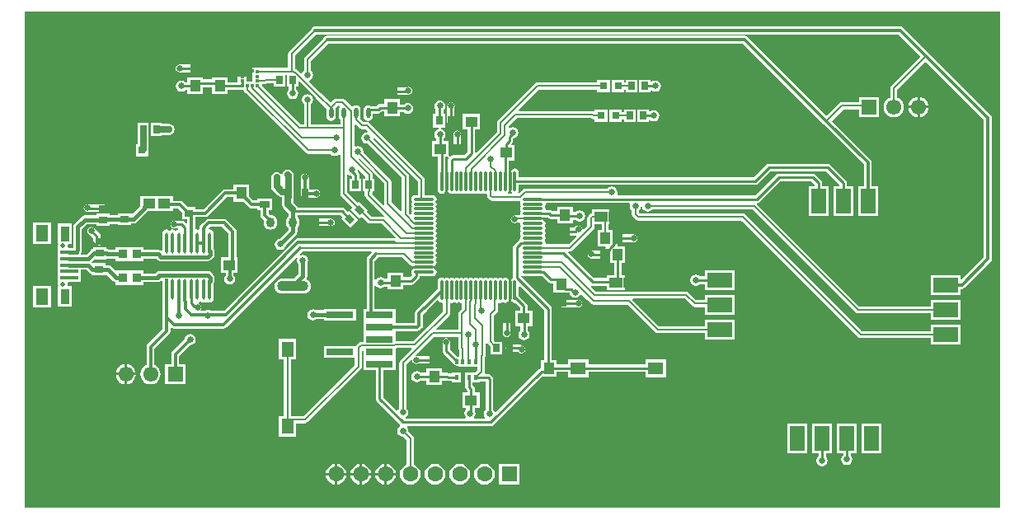
<source format=gtl>
G04*
G04 #@! TF.GenerationSoftware,Altium Limited,Altium Designer,23.5.1 (21)*
G04*
G04 Layer_Physical_Order=1*
G04 Layer_Color=255*
%FSLAX44Y44*%
%MOMM*%
G71*
G04*
G04 #@! TF.SameCoordinates,9C90234E-4C54-4D27-9D2C-81E7689CD50F*
G04*
G04*
G04 #@! TF.FilePolarity,Positive*
G04*
G01*
G75*
%ADD14C,0.2540*%
%ADD15C,0.1524*%
%ADD23R,1.3000X1.6900*%
%ADD24R,0.9000X1.6250*%
%ADD25R,1.8500X0.4000*%
%ADD26R,1.5500X1.3000*%
%ADD27R,1.3000X1.5500*%
%ADD28R,1.3311X1.0121*%
%ADD29R,1.2500X1.1000*%
%ADD30O,0.3000X2.1000*%
%ADD31O,2.1000X0.3000*%
%ADD32R,1.1000X1.2500*%
%ADD33R,2.7900X0.7400*%
%ADD34R,1.5240X2.5400*%
%ADD35R,2.5400X1.5240*%
%ADD36R,1.0000X1.2000*%
%ADD37R,0.6587X0.8121*%
%ADD38R,0.8000X0.8000*%
%ADD39O,0.4500X1.1000*%
%ADD40R,4.1000X2.4000*%
%ADD41R,0.3450X2.2000*%
G04:AMPARAMS|DCode=42|XSize=2.2mm|YSize=0.345mm|CornerRadius=0.1725mm|HoleSize=0mm|Usage=FLASHONLY|Rotation=90.000|XOffset=0mm|YOffset=0mm|HoleType=Round|Shape=RoundedRectangle|*
%AMROUNDEDRECTD42*
21,1,2.2000,0.0000,0,0,90.0*
21,1,1.8550,0.3450,0,0,90.0*
1,1,0.3450,0.0000,0.9275*
1,1,0.3450,0.0000,-0.9275*
1,1,0.3450,0.0000,-0.9275*
1,1,0.3450,0.0000,0.9275*
%
%ADD42ROUNDEDRECTD42*%
%ADD43R,0.8721X1.0043*%
G04:AMPARAMS|DCode=44|XSize=1.0043mm|YSize=0.8721mm|CornerRadius=0.4361mm|HoleSize=0mm|Usage=FLASHONLY|Rotation=270.000|XOffset=0mm|YOffset=0mm|HoleType=Round|Shape=RoundedRectangle|*
%AMROUNDEDRECTD44*
21,1,1.0043,0.0000,0,0,270.0*
21,1,0.1322,0.8721,0,0,270.0*
1,1,0.8721,0.0000,-0.0661*
1,1,0.8721,0.0000,0.0661*
1,1,0.8721,0.0000,0.0661*
1,1,0.8721,0.0000,-0.0661*
%
%ADD44ROUNDEDRECTD44*%
G04:AMPARAMS|DCode=45|XSize=1.0043mm|YSize=3.1821mm|CornerRadius=0.4369mm|HoleSize=0mm|Usage=FLASHONLY|Rotation=270.000|XOffset=0mm|YOffset=0mm|HoleType=Round|Shape=RoundedRectangle|*
%AMROUNDEDRECTD45*
21,1,1.0043,2.3084,0,0,270.0*
21,1,0.1306,3.1821,0,0,270.0*
1,1,0.8737,-1.1542,-0.0653*
1,1,0.8737,-1.1542,0.0653*
1,1,0.8737,1.1542,0.0653*
1,1,0.8737,1.1542,-0.0653*
%
%ADD45ROUNDEDRECTD45*%
%ADD46R,0.6500X1.0500*%
%ADD47R,0.9350X0.9621*%
%ADD48R,0.9000X0.7500*%
G04:AMPARAMS|DCode=49|XSize=0.6587mm|YSize=0.8121mm|CornerRadius=0mm|HoleSize=0mm|Usage=FLASHONLY|Rotation=225.000|XOffset=0mm|YOffset=0mm|HoleType=Round|Shape=Rectangle|*
%AMROTATEDRECTD49*
4,1,4,-0.0542,0.5200,0.5200,-0.0542,0.0542,-0.5200,-0.5200,0.0542,-0.0542,0.5200,0.0*
%
%ADD49ROTATEDRECTD49*%

%ADD50R,1.0500X0.6500*%
%ADD51R,1.3061X1.0582*%
%ADD52R,0.7500X0.9000*%
%ADD53R,0.3500X0.5000*%
%ADD66R,0.3500X0.3750*%
%ADD67R,0.3750X0.3500*%
%ADD73C,1.5500*%
%ADD74R,1.5500X1.5500*%
%ADD75C,0.2032*%
%ADD76C,0.6350*%
%ADD77C,0.3810*%
%ADD78C,0.3048*%
%ADD79C,0.5080*%
%ADD80C,0.4064*%
%ADD81C,0.5000*%
%ADD82C,1.6000*%
%ADD83R,1.6000X1.6000*%
%ADD84C,0.7620*%
%ADD85C,0.6350*%
%ADD86C,0.6600*%
G36*
X1256030Y500380D02*
X254000D01*
Y1009650D01*
X1256030D01*
Y500380D01*
D02*
G37*
%LPC*%
G36*
X428514Y955531D02*
X413272D01*
X411785Y955236D01*
X410525Y954393D01*
X409683Y953133D01*
X409387Y951647D01*
X409683Y950160D01*
X410525Y948900D01*
X411785Y948058D01*
X413272Y947762D01*
X427067D01*
X427840Y947246D01*
X429326Y946950D01*
X430813Y947246D01*
X432073Y948088D01*
X432915Y949348D01*
X433211Y950835D01*
X432915Y952321D01*
X432073Y953582D01*
X431261Y954393D01*
X430001Y955236D01*
X428514Y955531D01*
D02*
G37*
G36*
X883270Y940051D02*
X871603D01*
Y937076D01*
X870140D01*
Y939990D01*
X857060D01*
Y926910D01*
X870140D01*
Y929824D01*
X871603D01*
Y926849D01*
X883270D01*
Y940051D01*
D02*
G37*
G36*
X896804D02*
X885137D01*
Y926849D01*
X896804D01*
Y928629D01*
X897290Y928951D01*
X898074Y929189D01*
X899754Y928067D01*
X901983Y927623D01*
X904213Y928067D01*
X906104Y929330D01*
X907367Y931220D01*
X907810Y933450D01*
X907367Y935680D01*
X906104Y937570D01*
X904213Y938833D01*
X901983Y939277D01*
X899754Y938833D01*
X898074Y937711D01*
X897290Y937950D01*
X896804Y938271D01*
Y940051D01*
D02*
G37*
G36*
X648320Y932749D02*
X646833Y932454D01*
X646475Y932215D01*
X631873D01*
X630386Y931919D01*
X629126Y931077D01*
X628284Y929817D01*
X627988Y928330D01*
X628284Y926843D01*
X629126Y925583D01*
X630386Y924741D01*
X631873Y924445D01*
X647785D01*
X649272Y924741D01*
X650532Y925583D01*
X651067Y926118D01*
X651909Y927378D01*
X652205Y928865D01*
X651909Y930351D01*
X651067Y931612D01*
X649807Y932454D01*
X648320Y932749D01*
D02*
G37*
G36*
X1173480Y922072D02*
Y913130D01*
X1182422D01*
X1182235Y914546D01*
X1181198Y917049D01*
X1179549Y919199D01*
X1177399Y920848D01*
X1174896Y921885D01*
X1173480Y922072D01*
D02*
G37*
G36*
X1170940D02*
X1169524Y921885D01*
X1167021Y920848D01*
X1164871Y919199D01*
X1163222Y917049D01*
X1162185Y914546D01*
X1161998Y913130D01*
X1170940D01*
Y922072D01*
D02*
G37*
G36*
X639913Y920120D02*
X623833D01*
Y915215D01*
X619506D01*
X618019Y914919D01*
X616759Y914077D01*
X615633Y912951D01*
X609844D01*
X608929Y913562D01*
X607060Y913934D01*
X605191Y913562D01*
X603607Y912504D01*
X602548Y910919D01*
X602176Y909050D01*
Y902550D01*
X602548Y900681D01*
X603607Y899097D01*
X605191Y898038D01*
X607060Y897666D01*
X608929Y898038D01*
X610513Y899097D01*
X611572Y900681D01*
X611944Y902550D01*
Y905181D01*
X617242D01*
X618728Y905477D01*
X619989Y906319D01*
X621115Y907446D01*
X623833D01*
Y902540D01*
X639913D01*
Y906705D01*
X643422D01*
X643580Y906470D01*
X645470Y905207D01*
X647700Y904763D01*
X649930Y905207D01*
X651820Y906470D01*
X653083Y908360D01*
X653527Y910590D01*
X653083Y912820D01*
X651820Y914710D01*
X649930Y915973D01*
X647700Y916417D01*
X645470Y915973D01*
X643580Y914710D01*
X643422Y914475D01*
X639913D01*
Y920120D01*
D02*
G37*
G36*
X881760Y909618D02*
X870092D01*
Y906643D01*
X867703D01*
Y909510D01*
X854623D01*
Y896430D01*
X867703D01*
Y899392D01*
X870092D01*
Y896417D01*
X881760D01*
Y909618D01*
D02*
G37*
G36*
X1182422Y910590D02*
X1173480D01*
Y901648D01*
X1174896Y901835D01*
X1177399Y902872D01*
X1179549Y904521D01*
X1181198Y906671D01*
X1182235Y909174D01*
X1182422Y910590D01*
D02*
G37*
G36*
X1170940D02*
X1161998D01*
X1162185Y909174D01*
X1163222Y906671D01*
X1164871Y904521D01*
X1167021Y902872D01*
X1169524Y901835D01*
X1170940Y901648D01*
Y910590D01*
D02*
G37*
G36*
X895294Y909618D02*
X883627D01*
Y896417D01*
X895294D01*
Y898117D01*
X895656Y898378D01*
X896564Y898680D01*
X898200Y897587D01*
X900430Y897143D01*
X902660Y897587D01*
X904550Y898850D01*
X905813Y900740D01*
X906257Y902970D01*
X905813Y905200D01*
X904550Y907090D01*
X902660Y908353D01*
X900430Y908797D01*
X898200Y908353D01*
X896564Y907260D01*
X895656Y907562D01*
X895294Y907823D01*
Y909618D01*
D02*
G37*
G36*
X692150Y917015D02*
X690663Y916719D01*
X689403Y915877D01*
X689228Y915702D01*
X688386Y914442D01*
X688090Y912955D01*
Y898770D01*
X687915Y897890D01*
X688211Y896403D01*
X689053Y895143D01*
X690313Y894301D01*
X691800Y894005D01*
X693287Y894301D01*
X694547Y895143D01*
X694722Y895318D01*
X695564Y896578D01*
X695860Y898065D01*
Y912250D01*
X696035Y913130D01*
X695739Y914617D01*
X694897Y915877D01*
X693637Y916719D01*
X692150Y917015D01*
D02*
G37*
G36*
X395288Y895601D02*
X383621D01*
Y882399D01*
X395288D01*
Y883173D01*
X402095D01*
X402424Y883108D01*
X404654Y883551D01*
X406544Y884814D01*
X407808Y886705D01*
X408251Y888934D01*
X407808Y891164D01*
X406544Y893055D01*
X406479Y893120D01*
X404589Y894383D01*
X402359Y894827D01*
X395288D01*
Y895601D01*
D02*
G37*
G36*
X698500Y887805D02*
X697013Y887509D01*
X695753Y886667D01*
X694911Y885407D01*
X694615Y883920D01*
Y870308D01*
X694521Y870167D01*
X694225Y868680D01*
X694521Y867193D01*
X695363Y865933D01*
X696623Y865091D01*
X698110Y864795D01*
X699596Y865091D01*
X700857Y865933D01*
X701247Y866323D01*
X702089Y867584D01*
X702385Y869070D01*
Y883920D01*
X702089Y885407D01*
X701247Y886667D01*
X699987Y887509D01*
X698500Y887805D01*
D02*
G37*
G36*
X381754Y895601D02*
X370086D01*
Y882399D01*
X370093D01*
Y873997D01*
X368230D01*
Y860917D01*
X381310D01*
Y866410D01*
X381747Y868607D01*
Y882399D01*
X381754D01*
Y895601D01*
D02*
G37*
G36*
X524510Y847837D02*
X522280Y847393D01*
X520390Y846130D01*
X519127Y844240D01*
X518936Y843279D01*
X517587Y843011D01*
X517200Y843590D01*
X515310Y844853D01*
X513080Y845297D01*
X510850Y844853D01*
X508960Y843590D01*
X507697Y841700D01*
X507253Y839470D01*
Y830633D01*
X507697Y828403D01*
X508960Y826513D01*
X514557Y820915D01*
X516448Y819652D01*
X518678Y819208D01*
X518683D01*
Y811530D01*
X519127Y809300D01*
X520390Y807410D01*
X524916Y802884D01*
Y799388D01*
X524656Y799189D01*
X523550Y797747D01*
X522854Y796068D01*
X522617Y794267D01*
Y792945D01*
X522854Y791144D01*
X523550Y789465D01*
X524656Y788024D01*
X524916Y787824D01*
Y785517D01*
X515938Y776539D01*
X514663Y776286D01*
X512773Y775023D01*
X511510Y773132D01*
X511066Y770902D01*
X511510Y768672D01*
X512773Y766782D01*
X514663Y765519D01*
X516893Y765075D01*
X519123Y765519D01*
X521013Y766782D01*
X522276Y768672D01*
X522530Y769947D01*
X532873Y780290D01*
X533884Y781803D01*
X534239Y783586D01*
Y787824D01*
X534499Y788024D01*
X535605Y789465D01*
X536300Y791144D01*
X536538Y792945D01*
Y794267D01*
X536300Y796068D01*
X535605Y797747D01*
X534499Y799189D01*
X534239Y799388D01*
Y801041D01*
X578355D01*
X580891Y798506D01*
X579513Y797128D01*
X588848Y787793D01*
X597098Y796043D01*
X587763Y805378D01*
X586385Y803999D01*
X582711Y807673D01*
X581451Y808515D01*
X579964Y808811D01*
X534882D01*
X533698Y810583D01*
X530381Y813900D01*
X530442Y815170D01*
X530690D01*
Y822774D01*
X530727Y822960D01*
Y841620D01*
X530284Y843850D01*
X529020Y845740D01*
X528630Y846130D01*
X526740Y847393D01*
X524510Y847837D01*
D02*
G37*
G36*
X542095Y843419D02*
X540509Y843103D01*
X539165Y842205D01*
X538267Y840861D01*
X537951Y839275D01*
Y823941D01*
X537756Y822960D01*
X538072Y821374D01*
X538970Y820030D01*
X540314Y819132D01*
X541900Y818816D01*
X553720D01*
X555306Y819132D01*
X556650Y820030D01*
X557548Y821374D01*
X557864Y822960D01*
X557548Y824546D01*
X556650Y825890D01*
X555306Y826788D01*
X553720Y827104D01*
X546239D01*
Y839275D01*
X545923Y840861D01*
X545887Y840914D01*
X545879Y840957D01*
X545037Y842217D01*
X543777Y843059D01*
X543734Y843067D01*
X543681Y843103D01*
X542095Y843419D01*
D02*
G37*
G36*
X318699Y812010D02*
X317212Y811716D01*
X315951Y810876D01*
X315106Y809617D01*
X314808Y808131D01*
X315101Y806644D01*
X315941Y805383D01*
X316093Y805230D01*
X316096Y805228D01*
X316098Y805226D01*
X316725Y804807D01*
X317352Y804386D01*
X317355Y804385D01*
X317358Y804383D01*
X318105Y804235D01*
X318838Y804088D01*
X318841Y804089D01*
X318845Y804088D01*
X334744D01*
X336231Y804383D01*
X337491Y805226D01*
X338333Y806486D01*
X338629Y807972D01*
X338333Y809459D01*
X337491Y810719D01*
X336231Y811561D01*
X334744Y811857D01*
X319459D01*
X318699Y812010D01*
D02*
G37*
G36*
X552477Y797491D02*
X550991Y797195D01*
X549731Y796353D01*
X548889Y795093D01*
X548593Y793606D01*
X548889Y792120D01*
X549731Y790859D01*
X549867Y790723D01*
X551127Y789881D01*
X552613Y789585D01*
X568814D01*
X570301Y789881D01*
X571561Y790723D01*
X572403Y791984D01*
X572699Y793470D01*
X572403Y794957D01*
X571561Y796217D01*
X570301Y797059D01*
X568814Y797355D01*
X553162D01*
X552477Y797491D01*
D02*
G37*
G36*
X281061Y793310D02*
X262981D01*
Y771330D01*
X281061D01*
Y793310D01*
D02*
G37*
G36*
X982980Y744220D02*
X952500D01*
Y737945D01*
X947888D01*
X947730Y738180D01*
X945840Y739443D01*
X943610Y739887D01*
X941380Y739443D01*
X939490Y738180D01*
X938227Y736290D01*
X937783Y734060D01*
X938227Y731830D01*
X939490Y729940D01*
X941380Y728677D01*
X943610Y728233D01*
X945840Y728677D01*
X947730Y729940D01*
X947888Y730175D01*
X952500D01*
Y723900D01*
X982980D01*
Y744220D01*
D02*
G37*
G36*
X1153160Y994744D02*
X552450D01*
X550864Y994428D01*
X549520Y993530D01*
X548622Y992186D01*
X548551Y991828D01*
X525756Y969034D01*
X524970Y967858D01*
X524694Y966470D01*
X524694Y966470D01*
Y952191D01*
X497140D01*
Y952855D01*
X488310D01*
Y944275D01*
Y937855D01*
X481890D01*
Y942855D01*
X473060D01*
Y937449D01*
X462766D01*
Y942625D01*
X446686D01*
Y940295D01*
X437366D01*
Y942625D01*
X421286D01*
Y937335D01*
X419568D01*
X419410Y937570D01*
X417520Y938833D01*
X415290Y939277D01*
X413060Y938833D01*
X411170Y937570D01*
X409907Y935680D01*
X409463Y933450D01*
X409907Y931220D01*
X411170Y929330D01*
X413060Y928067D01*
X415290Y927623D01*
X417520Y928067D01*
X419410Y929330D01*
X419568Y929565D01*
X421286D01*
Y925045D01*
X437366D01*
Y932525D01*
X446686D01*
Y925045D01*
X462766D01*
Y929680D01*
X473060D01*
Y929275D01*
X478310D01*
Y929025D01*
X479513D01*
X479679Y928192D01*
X480465Y927015D01*
X542634Y864846D01*
X542634Y864846D01*
X543810Y864060D01*
X545197Y863784D01*
X545197Y863784D01*
X568319D01*
X568650Y863290D01*
X570540Y862027D01*
X572770Y861583D01*
X575000Y862027D01*
X576890Y863290D01*
X577023Y863489D01*
X578293Y863103D01*
Y822874D01*
X578550Y821586D01*
X579279Y820493D01*
X591079Y808694D01*
X589082Y806697D01*
X598417Y797363D01*
X600414Y799359D01*
X606622Y793151D01*
X607714Y792421D01*
X609003Y792165D01*
X621101D01*
X635614Y777651D01*
X634909Y776560D01*
X633645Y776812D01*
X534896D01*
X533310Y776496D01*
X531966Y775598D01*
X459011Y702644D01*
X445738D01*
X444828Y703251D01*
X442598Y703695D01*
X440368Y703251D01*
X439459Y702644D01*
X435567D01*
X434908Y703914D01*
X435389Y704633D01*
X435685Y706120D01*
X435389Y707607D01*
X434547Y708867D01*
X433818Y709596D01*
X433253Y709973D01*
X433211Y710441D01*
X433387Y711411D01*
X434548Y712188D01*
X434748D01*
X436159Y711245D01*
X437823Y710914D01*
X439487Y711245D01*
X440898Y712188D01*
X441099D01*
X442509Y711245D01*
X444173Y710914D01*
X445838Y711245D01*
X447248Y712188D01*
X448191Y713598D01*
X448522Y715263D01*
Y731597D01*
X448687Y731844D01*
X449032Y733578D01*
Y736734D01*
X449032Y736735D01*
X448687Y738469D01*
X447705Y739939D01*
X445473Y742171D01*
X444003Y743153D01*
X442268Y743498D01*
X392704D01*
X391819Y743322D01*
X390970Y743154D01*
X390970Y743153D01*
X390970Y743153D01*
X390170Y742619D01*
X389500Y742171D01*
X389500Y742171D01*
X389500Y742171D01*
X389500Y742171D01*
X388461Y741132D01*
X376319D01*
Y743951D01*
X347581D01*
X347581Y743951D01*
Y743951D01*
X346611Y744614D01*
X342880Y748345D01*
X341410Y749327D01*
X339676Y749672D01*
X337240D01*
Y751430D01*
X323914D01*
X322682Y752662D01*
X322707Y752915D01*
X325185Y755393D01*
X338510D01*
Y755938D01*
X338827Y756198D01*
X347581D01*
Y753379D01*
X376319D01*
Y756198D01*
X389283D01*
X390577Y754904D01*
X390577Y754904D01*
X390577Y754904D01*
X390578Y754904D01*
X391242Y754460D01*
X392048Y753922D01*
X392048Y753922D01*
X392048Y753922D01*
X393017Y753729D01*
X393782Y753577D01*
X393782D01*
X393782Y753577D01*
X393782Y753577D01*
X442268D01*
X444003Y753922D01*
X445473Y754904D01*
X447705Y757136D01*
X448687Y758606D01*
X449032Y760340D01*
X449032Y760340D01*
Y763497D01*
X448687Y765231D01*
X448522Y765478D01*
Y781813D01*
X448191Y783477D01*
X447248Y784887D01*
X445838Y785830D01*
X444173Y786161D01*
X443785Y786593D01*
X443517Y787325D01*
X444946Y788755D01*
X457115D01*
X463606Y782264D01*
Y757340D01*
X455470D01*
Y741260D01*
X460676D01*
Y739415D01*
X459437Y737560D01*
X458993Y735330D01*
X459437Y733100D01*
X460700Y731210D01*
X462590Y729947D01*
X464820Y729503D01*
X467050Y729947D01*
X468940Y731210D01*
X470203Y733100D01*
X470647Y735330D01*
X470203Y737560D01*
X468964Y739415D01*
Y741260D01*
X473050D01*
Y757340D01*
X471894D01*
Y783980D01*
X471751Y784697D01*
X471578Y785566D01*
X471578Y785566D01*
X470680Y786910D01*
X461761Y795829D01*
X460417Y796727D01*
X460417Y796727D01*
X459548Y796900D01*
X458831Y797042D01*
X443230D01*
X441644Y796727D01*
X440300Y795829D01*
X437173Y792702D01*
X436895Y792285D01*
X434970Y790360D01*
X434072Y789016D01*
X433756Y787430D01*
Y786828D01*
X432486Y785959D01*
X431473Y786161D01*
X430864Y786040D01*
X429594Y787082D01*
Y796700D01*
X429950D01*
Y798846D01*
X439770D01*
X441356Y799162D01*
X442700Y800060D01*
X461869Y819229D01*
X468556D01*
Y814583D01*
X478776D01*
X484369Y808990D01*
X485713Y808092D01*
X487299Y807776D01*
X492849D01*
Y806130D01*
X496495D01*
Y800861D01*
X496495Y800860D01*
X496495Y800860D01*
X496632Y800170D01*
X496810Y799275D01*
X496810Y799275D01*
Y799275D01*
X497150Y798766D01*
X497709Y797931D01*
X497709Y797930D01*
X497709Y797930D01*
X499910Y795729D01*
X499717Y794267D01*
Y792945D01*
X499955Y791144D01*
X500650Y789465D01*
X501756Y788024D01*
X503198Y786918D01*
X504876Y786222D01*
X506678Y785985D01*
X508479Y786222D01*
X510158Y786918D01*
X511599Y788024D01*
X512705Y789465D01*
X513401Y791144D01*
X513638Y792945D01*
Y794267D01*
X513401Y796068D01*
X512705Y797747D01*
X511599Y799189D01*
X510158Y800295D01*
X508479Y800990D01*
X506678Y801227D01*
X506195Y801164D01*
X504782Y802577D01*
Y806130D01*
X508429D01*
Y817710D01*
X492849D01*
Y816064D01*
X489015D01*
X484636Y820443D01*
Y832162D01*
X468556D01*
Y827516D01*
X460153D01*
X458567Y827201D01*
X457223Y826302D01*
X438054Y807134D01*
X429950D01*
Y809280D01*
X421920D01*
X416740Y814460D01*
X415395Y815358D01*
X413810Y815674D01*
X406721D01*
Y820631D01*
X373059D01*
Y809998D01*
X365240Y802179D01*
X363970Y802705D01*
Y802930D01*
X349890D01*
Y800838D01*
X341784D01*
Y802262D01*
X327704D01*
Y800505D01*
X315912D01*
X314178Y800160D01*
X312708Y799177D01*
X312708Y799177D01*
X305405Y791875D01*
X304423Y790404D01*
X304078Y788670D01*
Y767160D01*
X299350D01*
X298423Y768430D01*
X298660Y769620D01*
X298565Y770098D01*
X299371Y771080D01*
X302661D01*
Y792410D01*
X288582D01*
Y771080D01*
X288581D01*
X288655Y770990D01*
X288383Y769620D01*
X288619Y768430D01*
X288581Y767160D01*
X288581Y767160D01*
X288581Y767160D01*
Y758080D01*
Y751580D01*
Y745080D01*
Y738580D01*
Y732080D01*
X288581Y732080D01*
X288619Y730810D01*
X288383Y729620D01*
X288655Y728250D01*
X288581Y728160D01*
X288582D01*
Y706830D01*
X302661D01*
Y728160D01*
X299371D01*
X298565Y729142D01*
X298660Y729620D01*
X298424Y730810D01*
X299350Y732080D01*
X312161D01*
Y738580D01*
Y745088D01*
X317438D01*
X320591Y741935D01*
X322061Y740953D01*
X323160Y740734D01*
Y738850D01*
X337240D01*
Y739370D01*
X338510Y739896D01*
X345011Y733395D01*
X346481Y732413D01*
X347581Y732194D01*
Y729249D01*
X376319D01*
Y732068D01*
X390337D01*
X391223Y732244D01*
X392071Y732413D01*
X392072Y732413D01*
X392072Y732413D01*
X392872Y732948D01*
X393542Y733395D01*
X393542Y733395D01*
X393542Y733395D01*
X393542Y733395D01*
X394188Y734041D01*
X395458Y733515D01*
Y710997D01*
X395580D01*
Y696287D01*
Y683380D01*
X380610Y668410D01*
X379712Y667066D01*
X379396Y665480D01*
Y646962D01*
X378351Y646528D01*
X376201Y644879D01*
X374552Y642729D01*
X373515Y640226D01*
X373161Y637540D01*
X373515Y634854D01*
X374552Y632351D01*
X376201Y630201D01*
X378351Y628552D01*
X380854Y627515D01*
X383540Y627161D01*
X386226Y627515D01*
X388729Y628552D01*
X390879Y630201D01*
X392528Y632351D01*
X393565Y634854D01*
X393919Y637540D01*
X393565Y640226D01*
X392528Y642729D01*
X390879Y644879D01*
X388729Y646528D01*
X387684Y646962D01*
Y663764D01*
X402653Y678733D01*
X403552Y680078D01*
X403867Y681663D01*
Y684605D01*
X405137Y685145D01*
X406084Y684512D01*
X407670Y684196D01*
X458470D01*
X460056Y684512D01*
X461400Y685410D01*
X533321Y757331D01*
X534367Y756610D01*
X533923Y754380D01*
X534367Y752150D01*
X535088Y751070D01*
Y739809D01*
X530606Y735327D01*
X518035D01*
X516232Y735090D01*
X514551Y734393D01*
X513108Y733286D01*
X512001Y731843D01*
X511305Y730162D01*
X511067Y728359D01*
Y727053D01*
X511305Y725250D01*
X512001Y723569D01*
X513108Y722126D01*
X514551Y721018D01*
X516232Y720322D01*
X518035Y720085D01*
X541119D01*
X542923Y720322D01*
X544603Y721018D01*
X546047Y722126D01*
X547154Y723569D01*
X547850Y725250D01*
X548088Y727053D01*
Y728359D01*
X547850Y730162D01*
X547154Y731843D01*
X546047Y733286D01*
X544603Y734393D01*
X544210Y734557D01*
X543841Y735772D01*
X544057Y736095D01*
X544412Y737879D01*
Y751070D01*
X545133Y752150D01*
X545577Y754380D01*
X545133Y756610D01*
X543870Y758500D01*
X541980Y759763D01*
X539750Y760207D01*
X537520Y759763D01*
X536799Y760809D01*
X539444Y763454D01*
X609979D01*
X610465Y762281D01*
X606670Y758486D01*
X605772Y757142D01*
X605456Y755556D01*
Y704739D01*
X602030D01*
Y693309D01*
X602030Y692259D01*
X602030Y690989D01*
Y679559D01*
X602030D01*
Y679339D01*
X602030D01*
Y670376D01*
X599440D01*
X598052Y670100D01*
X596876Y669314D01*
X596876Y669314D01*
X594336Y666774D01*
X594246Y666639D01*
X561330D01*
Y654159D01*
X593274D01*
Y647039D01*
X540415Y594180D01*
X529635D01*
X529634Y594180D01*
X529284Y594110D01*
X527775D01*
Y653030D01*
X533190D01*
Y673610D01*
X515110D01*
Y653030D01*
X520524D01*
Y594110D01*
X515110D01*
Y573530D01*
X533190D01*
Y586928D01*
X541917D01*
X541917Y586928D01*
X543305Y587204D01*
X544481Y587990D01*
X599464Y642973D01*
X599464Y642973D01*
X600250Y644149D01*
X600526Y645537D01*
X600526Y645537D01*
Y661694D01*
X600760Y661888D01*
X602030Y661290D01*
Y654159D01*
X602030D01*
Y653939D01*
X602030D01*
Y641459D01*
X614635D01*
Y612392D01*
X614931Y610905D01*
X615773Y609645D01*
X639830Y585588D01*
X639829Y584391D01*
X639698Y584041D01*
X638500Y583240D01*
X637237Y581350D01*
X636793Y579120D01*
X637237Y576890D01*
X638500Y575000D01*
X640390Y573737D01*
X642620Y573293D01*
X643203Y573409D01*
X646614Y569998D01*
Y544577D01*
X644924Y543877D01*
X642723Y542187D01*
X641033Y539986D01*
X639971Y537421D01*
X639609Y534670D01*
X639971Y531918D01*
X641033Y529355D01*
X642723Y527153D01*
X644924Y525463D01*
X647488Y524401D01*
X650240Y524039D01*
X652991Y524401D01*
X655555Y525463D01*
X657757Y527153D01*
X659447Y529355D01*
X660509Y531918D01*
X660871Y534670D01*
X660509Y537421D01*
X659447Y539986D01*
X657757Y542187D01*
X655555Y543877D01*
X653866Y544577D01*
Y571500D01*
X653866Y571500D01*
X653590Y572887D01*
X652804Y574064D01*
X652804Y574064D01*
X648331Y578537D01*
X648447Y579120D01*
X648003Y581350D01*
X646998Y582855D01*
X647528Y584125D01*
X732790D01*
X734277Y584421D01*
X735537Y585263D01*
X784984Y634710D01*
X800859D01*
Y639645D01*
X812571D01*
Y634490D01*
X833151D01*
Y639645D01*
X892071D01*
Y634490D01*
X912651D01*
Y652570D01*
X892071D01*
Y647414D01*
X833151D01*
Y652570D01*
X812571D01*
Y647414D01*
X800859D01*
Y652290D01*
X795690D01*
Y704732D01*
X795394Y706219D01*
X794552Y707479D01*
X763980Y738051D01*
X764730Y738965D01*
X764833Y739009D01*
X765561Y738522D01*
X767138Y738209D01*
X785138D01*
X785666Y738314D01*
X791887Y732093D01*
X793147Y731251D01*
X794634Y730955D01*
X797140D01*
Y721070D01*
X809035D01*
X809410Y720995D01*
X813702D01*
X813852Y720845D01*
X814123Y719486D01*
X815386Y717596D01*
X817276Y716333D01*
X819506Y715889D01*
X821736Y716333D01*
X823626Y717596D01*
X824666Y719152D01*
X826093Y719521D01*
X829526Y716087D01*
X829531Y716063D01*
X830373Y714803D01*
X831477Y714066D01*
X835636Y709906D01*
X835636Y709906D01*
X836813Y709120D01*
X838200Y708844D01*
X838200Y708844D01*
X873528D01*
X901676Y680696D01*
X901676Y680696D01*
X902852Y679910D01*
X904240Y679634D01*
X904240Y679634D01*
X952500D01*
Y673100D01*
X982980D01*
Y693420D01*
X952500D01*
Y686886D01*
X905742D01*
X878703Y713924D01*
X879229Y715194D01*
X931948D01*
X939776Y707366D01*
X939776Y707366D01*
X940953Y706580D01*
X942340Y706304D01*
X942340Y706304D01*
X952500D01*
Y698500D01*
X982980D01*
Y718820D01*
X952500D01*
Y713556D01*
X943842D01*
X936014Y721384D01*
X934837Y722170D01*
X933450Y722446D01*
X933450Y722446D01*
X840497D01*
X835634Y727309D01*
X835681Y727548D01*
X837138Y728530D01*
X837347Y728489D01*
X852079D01*
Y723919D01*
X870470D01*
Y739120D01*
X867179D01*
Y751687D01*
X870834D01*
Y768767D01*
X863818D01*
X863167Y769815D01*
X863168Y770037D01*
X863449Y771448D01*
Y771888D01*
X864903Y773342D01*
X878547D01*
X879785Y773096D01*
X881272Y773391D01*
X882532Y774234D01*
X883374Y775494D01*
X883670Y776980D01*
X883374Y778467D01*
X882532Y779727D01*
X882286Y779974D01*
X881026Y780816D01*
X879539Y781111D01*
X863294D01*
X861808Y780816D01*
X860547Y779974D01*
X859008Y778434D01*
X857834Y778920D01*
Y785767D01*
X853920D01*
Y791229D01*
X855015D01*
Y806431D01*
X836625D01*
Y802411D01*
X835463Y802180D01*
X834287Y801394D01*
X834286Y801394D01*
X833096Y800203D01*
X832310Y799027D01*
X832034Y797640D01*
X832034Y797640D01*
Y790172D01*
X828053Y786190D01*
X826737Y786671D01*
X826549Y787617D01*
X825707Y788877D01*
X824447Y789719D01*
X822960Y790015D01*
X821929D01*
X820442Y789719D01*
X819182Y788877D01*
X818170Y787865D01*
X808990D01*
X807503Y787569D01*
X806243Y786727D01*
X805401Y785467D01*
X805105Y783980D01*
X805401Y782493D01*
X806243Y781233D01*
X807503Y780391D01*
X808990Y780095D01*
X819779D01*
X820257Y780190D01*
X820882Y779020D01*
X812816Y770953D01*
X789984D01*
X789179Y771935D01*
X789257Y772328D01*
X788943Y773904D01*
X788326Y774827D01*
X788943Y775751D01*
X789257Y777327D01*
X788943Y778904D01*
X788326Y779827D01*
X788943Y780751D01*
X789257Y782328D01*
X788943Y783904D01*
X788326Y784827D01*
X788943Y785751D01*
X789257Y787327D01*
X788943Y788904D01*
X788326Y789827D01*
X788943Y790751D01*
X789257Y792328D01*
X788943Y793904D01*
X788050Y795240D01*
X786714Y796133D01*
X785138Y796447D01*
X780777D01*
X780218Y797325D01*
X780779Y798208D01*
X785138D01*
X786317Y798443D01*
X791458D01*
X791668Y798233D01*
X792928Y797391D01*
X794415Y797095D01*
X800950D01*
Y792190D01*
X817030D01*
Y796215D01*
X819952D01*
X820110Y795980D01*
X822000Y794717D01*
X824230Y794273D01*
X826460Y794717D01*
X828350Y795980D01*
X829613Y797870D01*
X830057Y800100D01*
X829613Y802330D01*
X828350Y804220D01*
X826460Y805483D01*
X824230Y805927D01*
X822000Y805483D01*
X820110Y804220D01*
X819952Y803985D01*
X817030D01*
Y809770D01*
X800950D01*
Y804865D01*
X796024D01*
X795814Y805074D01*
X794554Y805917D01*
X793067Y806212D01*
X790036D01*
X789230Y807194D01*
X789257Y807327D01*
X788943Y808904D01*
X788326Y809827D01*
X788943Y810751D01*
X789257Y812328D01*
X789230Y812461D01*
X790036Y813443D01*
X875222D01*
X875934Y812173D01*
X875553Y810260D01*
X875997Y808030D01*
X877260Y806140D01*
X877754Y805809D01*
Y801370D01*
X877754Y801370D01*
X878030Y799983D01*
X878816Y798806D01*
X881356Y796266D01*
X881356Y796266D01*
X882533Y795480D01*
X883920Y795204D01*
X990368D01*
X1109956Y675616D01*
X1109956Y675616D01*
X1111133Y674830D01*
X1112520Y674554D01*
X1184910D01*
Y668020D01*
X1215390D01*
Y688340D01*
X1184910D01*
Y681806D01*
X1114022D01*
X994434Y801394D01*
X993258Y802180D01*
X991870Y802456D01*
X991870Y802456D01*
X885422D01*
X885006Y802872D01*
Y805809D01*
X885500Y806140D01*
X886763Y808030D01*
X887083Y809634D01*
X888377D01*
X888697Y808030D01*
X889960Y806140D01*
X891850Y804877D01*
X894080Y804433D01*
X896310Y804877D01*
X898200Y806140D01*
X898531Y806634D01*
X1001798D01*
X1107416Y701016D01*
X1108593Y700230D01*
X1109980Y699954D01*
X1109980Y699954D01*
X1184910D01*
Y693420D01*
X1215390D01*
Y713740D01*
X1184910D01*
Y707206D01*
X1111482D01*
X1006515Y812173D01*
X1006527Y812536D01*
X1006961Y813523D01*
X1008044Y813738D01*
X1009304Y814580D01*
X1030309Y835585D01*
X1061817D01*
X1065455Y831947D01*
Y830580D01*
X1059180D01*
Y800100D01*
X1079500D01*
Y830580D01*
X1073225D01*
Y833556D01*
X1072929Y835042D01*
X1072087Y836303D01*
X1066173Y842217D01*
X1064912Y843059D01*
X1063426Y843355D01*
X1028700D01*
X1027213Y843059D01*
X1025953Y842217D01*
X1004948Y821212D01*
X863463D01*
X862713Y822482D01*
X863077Y824312D01*
X862633Y826542D01*
X861370Y828433D01*
X859480Y829696D01*
X857250Y830139D01*
X855020Y829696D01*
X853130Y828433D01*
X852799Y827938D01*
X768409D01*
X768409Y827938D01*
X767021Y827662D01*
X765845Y826876D01*
X765845Y826876D01*
X762267Y823298D01*
X761703Y823355D01*
X761072Y824697D01*
X761443Y825251D01*
X761756Y826828D01*
Y831943D01*
X1004738D01*
X1006224Y832239D01*
X1007485Y833081D01*
X1020149Y845745D01*
X1077416D01*
X1090855Y832306D01*
Y830580D01*
X1084580D01*
Y800100D01*
X1104900D01*
Y830580D01*
X1098625D01*
Y833915D01*
X1098329Y835402D01*
X1097487Y836662D01*
X1081772Y852377D01*
X1080512Y853219D01*
X1079025Y853515D01*
X1018540D01*
X1017053Y853219D01*
X1015793Y852377D01*
X1003129Y839712D01*
X761756D01*
Y844828D01*
X761443Y846404D01*
X760550Y847740D01*
X759214Y848633D01*
X757637Y848947D01*
X756061Y848633D01*
X754725Y847740D01*
X753832Y846404D01*
X753518Y844828D01*
Y826828D01*
X753832Y825251D01*
X754637Y824046D01*
X754487Y823449D01*
X754144Y822776D01*
X751131D01*
X750787Y823449D01*
X750637Y824046D01*
X751443Y825251D01*
X751757Y826828D01*
Y844828D01*
X751522Y846006D01*
Y856830D01*
X757210D01*
Y872910D01*
X754723D01*
X754237Y874083D01*
X754850Y874696D01*
X755692Y875957D01*
X755988Y877443D01*
Y879384D01*
X756521Y879917D01*
X757880Y880188D01*
X759770Y881451D01*
X761033Y883341D01*
X761477Y885571D01*
X761033Y887801D01*
X759770Y889691D01*
X757880Y890954D01*
X755650Y891398D01*
X753420Y890954D01*
X752532Y890361D01*
X751431Y890920D01*
X751319Y892126D01*
X759808Y900614D01*
X835428D01*
X835636Y900406D01*
X835636Y900406D01*
X836813Y899620D01*
X838200Y899344D01*
X838200Y899344D01*
X839622D01*
Y896430D01*
X852702D01*
Y909510D01*
X839622D01*
Y908245D01*
X838352Y907566D01*
X838317Y907590D01*
X836930Y907866D01*
X836930Y907866D01*
X762253D01*
X761767Y909039D01*
X782552Y929824D01*
X842060D01*
Y926910D01*
X855140D01*
Y939990D01*
X842060D01*
Y937076D01*
X781050D01*
X779662Y936800D01*
X778486Y936014D01*
X778486Y936014D01*
X740386Y897914D01*
X739600Y896738D01*
X739324Y895350D01*
X739324Y895350D01*
Y886203D01*
X718015Y864893D01*
X716745Y865419D01*
Y888580D01*
X721650D01*
Y904660D01*
X704070D01*
Y888580D01*
X708976D01*
Y865599D01*
X705781Y862405D01*
X694126D01*
X692639Y862109D01*
X691379Y861267D01*
X691170Y861058D01*
X689900Y861584D01*
Y876720D01*
X684605D01*
Y879642D01*
X684840Y879800D01*
X686103Y881690D01*
X686547Y883920D01*
X686103Y886150D01*
X684840Y888040D01*
X682950Y889303D01*
X681559Y889580D01*
X681684Y890850D01*
X686090D01*
Y904930D01*
X684145D01*
Y908545D01*
X684840Y909010D01*
X686103Y910900D01*
X686547Y913130D01*
X686103Y915360D01*
X684840Y917250D01*
X682950Y918513D01*
X680720Y918957D01*
X678490Y918513D01*
X676600Y917250D01*
X675337Y915360D01*
X674893Y913130D01*
X675337Y910900D01*
X676375Y909345D01*
Y904930D01*
X673510D01*
Y890850D01*
X679756D01*
X679881Y889580D01*
X678490Y889303D01*
X676600Y888040D01*
X675337Y886150D01*
X674893Y883920D01*
X675337Y881690D01*
X676600Y879800D01*
X676835Y879642D01*
Y876720D01*
X672320D01*
Y860640D01*
X678753D01*
Y846006D01*
X678519Y844828D01*
Y826828D01*
X678832Y825251D01*
X679725Y823915D01*
X681061Y823022D01*
X682638Y822709D01*
X684214Y823022D01*
X685550Y823915D01*
X686443Y825251D01*
X686757Y826828D01*
Y844828D01*
X686522Y846006D01*
Y860640D01*
X688978D01*
X689130Y860497D01*
X689618Y859370D01*
X689049Y858519D01*
X688753Y857032D01*
Y846006D01*
X688519Y844828D01*
Y826828D01*
X688832Y825251D01*
X689725Y823915D01*
X691061Y823022D01*
X692638Y822709D01*
X694214Y823022D01*
X695137Y823639D01*
X696061Y823022D01*
X697637Y822709D01*
X699214Y823022D01*
X700137Y823639D01*
X701061Y823022D01*
X702638Y822709D01*
X704214Y823022D01*
X705137Y823639D01*
X706061Y823022D01*
X707637Y822709D01*
X709214Y823022D01*
X710137Y823639D01*
X711061Y823022D01*
X712638Y822709D01*
X714214Y823022D01*
X715137Y823639D01*
X716061Y823022D01*
X717637Y822709D01*
X719214Y823022D01*
X720137Y823639D01*
X721061Y823022D01*
X722638Y822709D01*
X724214Y823022D01*
X725137Y823639D01*
X726061Y823022D01*
X727637Y822709D01*
X728030Y822787D01*
X729012Y821981D01*
Y820573D01*
X729012Y820572D01*
X729288Y819185D01*
X730074Y818009D01*
X731496Y816586D01*
X732673Y815800D01*
X734060Y815524D01*
X734060Y815524D01*
X762887D01*
X763473Y814730D01*
X763596Y814299D01*
X763332Y813904D01*
X763018Y812328D01*
X763332Y810751D01*
X763949Y809827D01*
X763332Y808904D01*
X763018Y807327D01*
X763332Y805751D01*
X763949Y804827D01*
X763332Y803904D01*
X763018Y802328D01*
X763097Y801935D01*
X762291Y800953D01*
X759126D01*
X757738Y800677D01*
X756562Y799891D01*
X756562Y799891D01*
X756504Y799833D01*
X755533Y799640D01*
X754356Y798854D01*
X753570Y797678D01*
X753294Y796290D01*
X753570Y794902D01*
X754356Y793726D01*
X755533Y792940D01*
X756920Y792664D01*
X758088D01*
X758089Y792664D01*
X759476Y792940D01*
X760615Y793702D01*
X762291D01*
X763096Y792720D01*
X763018Y792328D01*
X763332Y790751D01*
X763949Y789827D01*
X763332Y788904D01*
X763018Y787327D01*
X763332Y785751D01*
X763949Y784827D01*
X763332Y783904D01*
X763018Y782328D01*
X763332Y780751D01*
X763949Y779827D01*
X763332Y778904D01*
X763018Y777327D01*
X763037Y777236D01*
X762423Y775917D01*
X761163Y775074D01*
X756931Y770843D01*
X756089Y769583D01*
X755793Y768096D01*
Y736860D01*
X755864Y736502D01*
X754725Y735740D01*
X753832Y734404D01*
X753518Y732827D01*
Y714827D01*
X753832Y713251D01*
X754725Y711915D01*
X756061Y711022D01*
X757637Y710708D01*
X758126Y710805D01*
X762805Y706126D01*
Y702730D01*
X757900D01*
Y686650D01*
X763195D01*
Y682458D01*
X762960Y682300D01*
X761697Y680410D01*
X761253Y678180D01*
X761697Y675950D01*
X762960Y674060D01*
X764850Y672797D01*
X767080Y672353D01*
X769310Y672797D01*
X771200Y674060D01*
X772463Y675950D01*
X772907Y678180D01*
X772463Y680410D01*
X771200Y682300D01*
X770965Y682458D01*
Y686650D01*
X775480D01*
Y702730D01*
X770574D01*
Y707735D01*
X770279Y709222D01*
X769437Y710482D01*
X761756Y718163D01*
Y727628D01*
X762930Y728114D01*
X787921Y703123D01*
Y652290D01*
X784779D01*
Y644058D01*
X783510Y643806D01*
X782250Y642964D01*
X738110Y598824D01*
X736790Y599300D01*
X735640Y601020D01*
X735405Y601178D01*
Y632503D01*
X735109Y633990D01*
X734267Y635250D01*
X732779Y636738D01*
X731519Y637580D01*
X730032Y637876D01*
X727392D01*
X726500Y639146D01*
X726637Y639832D01*
X726637Y639832D01*
Y654411D01*
X726845Y654619D01*
X726845Y654619D01*
X727631Y655795D01*
X727907Y657183D01*
X727907Y657183D01*
Y669005D01*
X729177Y669337D01*
X729763Y668459D01*
X732889Y665333D01*
Y657609D01*
X744557D01*
Y670811D01*
X737667D01*
X735953Y672525D01*
Y697633D01*
X739164Y700844D01*
X739950Y702020D01*
X740226Y703408D01*
X740226Y703408D01*
Y710169D01*
X741496Y710935D01*
X742638Y710708D01*
X744214Y711022D01*
X745137Y711639D01*
X746061Y711022D01*
X747637Y710708D01*
X749214Y711022D01*
X750550Y711915D01*
X751443Y713251D01*
X751757Y714827D01*
Y732827D01*
X751443Y734404D01*
X750550Y735740D01*
X749214Y736633D01*
X747637Y736946D01*
X746061Y736633D01*
X745137Y736016D01*
X744214Y736633D01*
X742638Y736946D01*
X741061Y736633D01*
X740137Y736016D01*
X739214Y736633D01*
X737637Y736946D01*
X736061Y736633D01*
X735137Y736016D01*
X734214Y736633D01*
X732638Y736946D01*
X731061Y736633D01*
X730137Y736016D01*
X729214Y736633D01*
X727637Y736946D01*
X726061Y736633D01*
X725137Y736016D01*
X724214Y736633D01*
X722638Y736946D01*
X721061Y736633D01*
X720137Y736016D01*
X719214Y736633D01*
X717637Y736946D01*
X716061Y736633D01*
X715137Y736016D01*
X714214Y736633D01*
X712638Y736946D01*
X711061Y736633D01*
X710137Y736016D01*
X709214Y736633D01*
X707637Y736946D01*
X706061Y736633D01*
X705137Y736016D01*
X704214Y736633D01*
X702638Y736946D01*
X701061Y736633D01*
X700137Y736016D01*
X699214Y736633D01*
X697637Y736946D01*
X696061Y736633D01*
X695137Y736016D01*
X694214Y736633D01*
X692638Y736946D01*
X691061Y736633D01*
X690138Y736016D01*
X689214Y736633D01*
X687637Y736946D01*
X686061Y736633D01*
X685138Y736016D01*
X684214Y736633D01*
X682638Y736946D01*
X681061Y736633D01*
X679725Y735740D01*
X678832Y734404D01*
X678519Y732827D01*
Y725202D01*
X662384Y709068D01*
X661280Y708330D01*
X656200Y703250D01*
X655302Y701906D01*
X654986Y700320D01*
Y689944D01*
X635908D01*
X635010Y690842D01*
X635010Y692039D01*
X635010Y693309D01*
Y704739D01*
X613744D01*
Y727952D01*
X615014Y728337D01*
X615640Y727400D01*
X617530Y726137D01*
X619760Y725693D01*
X621990Y726137D01*
X623880Y727400D01*
X624038Y727635D01*
X627055D01*
Y724390D01*
X643135D01*
Y729296D01*
X651256D01*
X652743Y729591D01*
X654003Y730433D01*
X659083Y735513D01*
X659925Y736774D01*
X660210Y738209D01*
X673137D01*
X674714Y738522D01*
X676050Y739415D01*
X676943Y740751D01*
X677256Y742328D01*
X676943Y743904D01*
X676050Y745240D01*
X674714Y746133D01*
X673137Y746447D01*
X655137D01*
X653561Y746133D01*
X652225Y745240D01*
X651332Y743904D01*
X651018Y742328D01*
X651332Y740751D01*
X652133Y739551D01*
X649647Y737065D01*
X643135D01*
Y741970D01*
X627055D01*
Y735405D01*
X624038D01*
X623880Y735640D01*
X621990Y736903D01*
X619760Y737347D01*
X617530Y736903D01*
X615640Y735640D01*
X615014Y734703D01*
X613744Y735089D01*
Y753840D01*
X617430Y757526D01*
X641966D01*
X649728Y749764D01*
X649729Y749764D01*
X650905Y748978D01*
X652292Y748702D01*
X652292Y748702D01*
X653292D01*
X653561Y748522D01*
X655137Y748208D01*
X673137D01*
X674714Y748522D01*
X676050Y749415D01*
X676943Y750751D01*
X677256Y752328D01*
X676943Y753904D01*
X676326Y754827D01*
X676943Y755751D01*
X677256Y757327D01*
X676943Y758904D01*
X676326Y759827D01*
X676943Y760751D01*
X677256Y762328D01*
X676943Y763904D01*
X676326Y764827D01*
X676943Y765751D01*
X677256Y767327D01*
X676943Y768904D01*
X676326Y769827D01*
X676943Y770751D01*
X677256Y772328D01*
X676943Y773904D01*
X676326Y774827D01*
X676943Y775751D01*
X677256Y777327D01*
X676943Y778904D01*
X676326Y779827D01*
X676943Y780751D01*
X677256Y782328D01*
X676943Y783904D01*
X676326Y784827D01*
X676943Y785751D01*
X677256Y787327D01*
X676943Y788904D01*
X676326Y789827D01*
X676943Y790751D01*
X677256Y792328D01*
X676943Y793904D01*
X676326Y794827D01*
X676943Y795751D01*
X677256Y797327D01*
X676943Y798904D01*
X676326Y799827D01*
X676943Y800751D01*
X677256Y802328D01*
X676943Y803904D01*
X676326Y804827D01*
X676943Y805751D01*
X677256Y807327D01*
X676943Y808904D01*
X676326Y809827D01*
X676943Y810751D01*
X677256Y812328D01*
X676943Y813904D01*
X676326Y814827D01*
X676943Y815751D01*
X677256Y817327D01*
X676943Y818904D01*
X676050Y820240D01*
X674714Y821133D01*
X673137Y821446D01*
X665296D01*
Y836930D01*
X665296Y836930D01*
X665020Y838317D01*
X664234Y839494D01*
X664234Y839494D01*
X608354Y895374D01*
X607178Y896160D01*
X605790Y896436D01*
X605790Y896436D01*
X602212D01*
X598509Y900138D01*
X598872Y900681D01*
X599244Y902550D01*
Y909050D01*
X598872Y910919D01*
X597813Y912504D01*
X596229Y913562D01*
X594360Y913934D01*
X592491Y913562D01*
X590907Y912504D01*
X590180Y912432D01*
X583108Y919504D01*
X583108Y919504D01*
X581931Y920290D01*
X580544Y920566D01*
X580544Y920566D01*
X573960D01*
X573960Y920566D01*
X572573Y920290D01*
X571396Y919504D01*
X570206Y918314D01*
X569552Y917334D01*
X568179Y916910D01*
X558530Y926559D01*
X558515Y926569D01*
X558505Y926584D01*
X558505Y926584D01*
X546834Y938255D01*
X547257Y939628D01*
X548950Y940760D01*
X550213Y942650D01*
X550657Y944880D01*
X550213Y947110D01*
X548950Y949000D01*
X548456Y949331D01*
Y959265D01*
X565995Y976804D01*
X992186D01*
X1074665Y894325D01*
X1115996Y852994D01*
Y830580D01*
X1109980D01*
Y800100D01*
X1130300D01*
Y830580D01*
X1124284D01*
Y854710D01*
X1123968Y856296D01*
X1123070Y857640D01*
X1083089Y897621D01*
X1094972Y909504D01*
X1111120D01*
Y901570D01*
X1131700D01*
Y922150D01*
X1111120D01*
Y916756D01*
X1093470D01*
X1092083Y916480D01*
X1090906Y915694D01*
X1090906Y915694D01*
X1077961Y902749D01*
X996832Y983878D01*
X995488Y984776D01*
X993902Y985092D01*
X565011D01*
X563425Y984776D01*
X562081Y983878D01*
X561183Y982534D01*
X561111Y982176D01*
X542266Y963331D01*
X541480Y962155D01*
X541204Y960767D01*
X541204Y960767D01*
Y949331D01*
X540710Y949000D01*
X539578Y947307D01*
X538205Y946884D01*
X534940Y950150D01*
X534940Y950150D01*
X533763Y950936D01*
X533184Y951051D01*
X533106Y951129D01*
X531946Y951904D01*
Y964968D01*
X553434Y986456D01*
X1151444D01*
X1174336Y963564D01*
X1144246Y933474D01*
X1143460Y932298D01*
X1143184Y930910D01*
X1143184Y930910D01*
Y921496D01*
X1141621Y920848D01*
X1139471Y919199D01*
X1137822Y917049D01*
X1136785Y914546D01*
X1136431Y911860D01*
X1136785Y909174D01*
X1137822Y906671D01*
X1139471Y904521D01*
X1141621Y902872D01*
X1144124Y901835D01*
X1146810Y901481D01*
X1149496Y901835D01*
X1151999Y902872D01*
X1154149Y904521D01*
X1155798Y906671D01*
X1156835Y909174D01*
X1157189Y911860D01*
X1156835Y914546D01*
X1155798Y917049D01*
X1154149Y919199D01*
X1151999Y920848D01*
X1150436Y921496D01*
Y929408D01*
X1179464Y958436D01*
X1239186Y898714D01*
Y757366D01*
X1216563Y734743D01*
X1215390Y735229D01*
Y739140D01*
X1184910D01*
Y718820D01*
X1215390D01*
Y724836D01*
X1216660D01*
X1218246Y725152D01*
X1219590Y726050D01*
X1246260Y752720D01*
X1247158Y754064D01*
X1247474Y755650D01*
Y900430D01*
X1247158Y902016D01*
X1246260Y903360D01*
X1182760Y966860D01*
X1156090Y993530D01*
X1154746Y994428D01*
X1153160Y994744D01*
D02*
G37*
G36*
X805180Y716745D02*
X803693Y716449D01*
X802433Y715607D01*
X801591Y714347D01*
X801295Y712860D01*
X801591Y711374D01*
X802433Y710113D01*
X805363Y707183D01*
X806624Y706341D01*
X808110Y706045D01*
X822960D01*
X824447Y706341D01*
X825707Y707183D01*
X826549Y708443D01*
X826845Y709930D01*
X826549Y711417D01*
X825707Y712677D01*
X824447Y713519D01*
X822960Y713815D01*
X809719D01*
X807927Y715607D01*
X806667Y716449D01*
X805180Y716745D01*
D02*
G37*
G36*
X281061Y727910D02*
X262981D01*
Y705930D01*
X281061D01*
Y727910D01*
D02*
G37*
G36*
X594310Y704739D02*
X561330D01*
Y703160D01*
X553848D01*
X552768Y703882D01*
X550538Y704326D01*
X548308Y703882D01*
X546418Y702619D01*
X545154Y700729D01*
X544711Y698499D01*
X545154Y696269D01*
X546418Y694379D01*
X548308Y693116D01*
X550538Y692672D01*
X552768Y693116D01*
X553848Y693837D01*
X561330D01*
Y692259D01*
X594310D01*
Y704739D01*
D02*
G37*
G36*
X749690Y698575D02*
X748204Y698279D01*
X746943Y697437D01*
X746553Y697047D01*
X745711Y695786D01*
X745415Y694300D01*
Y679450D01*
X745711Y677963D01*
X746553Y676703D01*
X747813Y675861D01*
X749300Y675565D01*
X750787Y675861D01*
X752047Y676703D01*
X752889Y677963D01*
X753185Y679450D01*
Y693062D01*
X753279Y693203D01*
X753575Y694690D01*
X753279Y696177D01*
X752437Y697437D01*
X751177Y698279D01*
X749690Y698575D01*
D02*
G37*
G36*
X762239Y668095D02*
X752257D01*
X750770Y667799D01*
X749510Y666957D01*
X748668Y665697D01*
X748372Y664210D01*
X748668Y662723D01*
X749510Y661463D01*
X750770Y660621D01*
X752257Y660325D01*
X760630D01*
X760762Y660193D01*
X762022Y659351D01*
X763509Y659055D01*
X764540D01*
X766027Y659351D01*
X767287Y660193D01*
X768129Y661453D01*
X768425Y662940D01*
X768129Y664427D01*
X767287Y665687D01*
X766027Y666529D01*
X765262Y666681D01*
X764986Y666957D01*
X763726Y667799D01*
X762239Y668095D01*
D02*
G37*
G36*
X359410Y647752D02*
Y638810D01*
X368352D01*
X368165Y640226D01*
X367128Y642729D01*
X365479Y644879D01*
X363329Y646528D01*
X360826Y647565D01*
X359410Y647752D01*
D02*
G37*
G36*
X356870D02*
X355454Y647565D01*
X352951Y646528D01*
X350801Y644879D01*
X349152Y642729D01*
X348115Y640226D01*
X347928Y638810D01*
X356870D01*
Y647752D01*
D02*
G37*
G36*
X368352Y636270D02*
X359410D01*
Y627328D01*
X360826Y627515D01*
X363329Y628552D01*
X365479Y630201D01*
X367128Y632351D01*
X368165Y634854D01*
X368352Y636270D01*
D02*
G37*
G36*
X356870D02*
X347928D01*
X348115Y634854D01*
X349152Y632351D01*
X350801Y630201D01*
X352951Y628552D01*
X355454Y627515D01*
X356870Y627328D01*
Y636270D01*
D02*
G37*
G36*
X424180Y678927D02*
X421950Y678483D01*
X420060Y677220D01*
X418797Y675330D01*
X418361Y673141D01*
X406010Y660790D01*
X405112Y659446D01*
X404796Y657860D01*
Y647830D01*
X398650D01*
Y627250D01*
X419230D01*
Y647830D01*
X413084D01*
Y656144D01*
X424221Y667281D01*
X426410Y667717D01*
X428300Y668980D01*
X429563Y670870D01*
X430007Y673100D01*
X429563Y675330D01*
X428300Y677220D01*
X426410Y678483D01*
X424180Y678927D01*
D02*
G37*
G36*
X1134110Y586740D02*
X1113790D01*
Y556260D01*
X1134110D01*
Y586740D01*
D02*
G37*
G36*
X1057910D02*
X1037590D01*
Y556260D01*
X1057910D01*
Y586740D01*
D02*
G37*
G36*
X1108710D02*
X1088390D01*
Y556260D01*
X1094665D01*
Y554188D01*
X1094430Y554030D01*
X1093167Y552140D01*
X1092723Y549910D01*
X1093167Y547680D01*
X1094430Y545790D01*
X1096320Y544527D01*
X1098550Y544083D01*
X1100780Y544527D01*
X1102670Y545790D01*
X1103933Y547680D01*
X1104377Y549910D01*
X1103933Y552140D01*
X1102670Y554030D01*
X1102435Y554188D01*
Y556260D01*
X1108710D01*
Y586740D01*
D02*
G37*
G36*
X1083310D02*
X1062990D01*
Y556260D01*
X1069265D01*
Y552918D01*
X1069030Y552760D01*
X1067767Y550870D01*
X1067323Y548640D01*
X1067767Y546410D01*
X1069030Y544520D01*
X1070920Y543257D01*
X1073150Y542813D01*
X1075380Y543257D01*
X1077270Y544520D01*
X1078533Y546410D01*
X1078977Y548640D01*
X1078533Y550870D01*
X1077270Y552760D01*
X1077035Y552918D01*
Y556260D01*
X1083310D01*
Y586740D01*
D02*
G37*
G36*
X575310Y545134D02*
Y535940D01*
X584504D01*
X584309Y537421D01*
X583247Y539986D01*
X581557Y542187D01*
X579356Y543877D01*
X576791Y544939D01*
X575310Y545134D01*
D02*
G37*
G36*
X600710D02*
Y535940D01*
X609904D01*
X609709Y537421D01*
X608647Y539986D01*
X606957Y542187D01*
X604756Y543877D01*
X602192Y544939D01*
X600710Y545134D01*
D02*
G37*
G36*
X626110D02*
Y535940D01*
X635304D01*
X635109Y537421D01*
X634047Y539986D01*
X632357Y542187D01*
X630155Y543877D01*
X627592Y544939D01*
X626110Y545134D01*
D02*
G37*
G36*
X572770D02*
X571288Y544939D01*
X568725Y543877D01*
X566523Y542187D01*
X564833Y539986D01*
X563771Y537421D01*
X563576Y535940D01*
X572770D01*
Y545134D01*
D02*
G37*
G36*
X598170D02*
X596688Y544939D01*
X594124Y543877D01*
X591923Y542187D01*
X590233Y539986D01*
X589171Y537421D01*
X588976Y535940D01*
X598170D01*
Y545134D01*
D02*
G37*
G36*
X623570D02*
X622089Y544939D01*
X619524Y543877D01*
X617323Y542187D01*
X615633Y539986D01*
X614571Y537421D01*
X614376Y535940D01*
X623570D01*
Y545134D01*
D02*
G37*
G36*
X635304Y533400D02*
X626110D01*
Y524206D01*
X627592Y524401D01*
X630155Y525463D01*
X632357Y527153D01*
X634047Y529355D01*
X635109Y531918D01*
X635304Y533400D01*
D02*
G37*
G36*
X609904D02*
X600710D01*
Y524206D01*
X602192Y524401D01*
X604756Y525463D01*
X606957Y527153D01*
X608647Y529355D01*
X609709Y531918D01*
X609904Y533400D01*
D02*
G37*
G36*
X584504D02*
X575310D01*
Y524206D01*
X576791Y524401D01*
X579356Y525463D01*
X581557Y527153D01*
X583247Y529355D01*
X584309Y531918D01*
X584504Y533400D01*
D02*
G37*
G36*
X623570D02*
X614376D01*
X614571Y531918D01*
X615633Y529355D01*
X617323Y527153D01*
X619524Y525463D01*
X622089Y524401D01*
X623570Y524206D01*
Y533400D01*
D02*
G37*
G36*
X598170D02*
X588976D01*
X589171Y531918D01*
X590233Y529355D01*
X591923Y527153D01*
X594124Y525463D01*
X596688Y524401D01*
X598170Y524206D01*
Y533400D01*
D02*
G37*
G36*
X572770D02*
X563576D01*
X563771Y531918D01*
X564833Y529355D01*
X566523Y527153D01*
X568725Y525463D01*
X571288Y524401D01*
X572770Y524206D01*
Y533400D01*
D02*
G37*
G36*
X762380Y545210D02*
X741300D01*
Y524130D01*
X762380D01*
Y545210D01*
D02*
G37*
G36*
X726440Y545301D02*
X723689Y544939D01*
X721124Y543877D01*
X718923Y542187D01*
X717233Y539986D01*
X716171Y537421D01*
X715809Y534670D01*
X716171Y531918D01*
X717233Y529355D01*
X718923Y527153D01*
X721124Y525463D01*
X723689Y524401D01*
X726440Y524039D01*
X729192Y524401D01*
X731756Y525463D01*
X733957Y527153D01*
X735647Y529355D01*
X736709Y531918D01*
X737071Y534670D01*
X736709Y537421D01*
X735647Y539986D01*
X733957Y542187D01*
X731756Y543877D01*
X729192Y544939D01*
X726440Y545301D01*
D02*
G37*
G36*
X701040D02*
X698288Y544939D01*
X695724Y543877D01*
X693523Y542187D01*
X691833Y539986D01*
X690771Y537421D01*
X690409Y534670D01*
X690771Y531918D01*
X691833Y529355D01*
X693523Y527153D01*
X695724Y525463D01*
X698288Y524401D01*
X701040Y524039D01*
X703792Y524401D01*
X706356Y525463D01*
X708557Y527153D01*
X710247Y529355D01*
X711309Y531918D01*
X711671Y534670D01*
X711309Y537421D01*
X710247Y539986D01*
X708557Y542187D01*
X706356Y543877D01*
X703792Y544939D01*
X701040Y545301D01*
D02*
G37*
G36*
X675640D02*
X672888Y544939D01*
X670324Y543877D01*
X668123Y542187D01*
X666433Y539986D01*
X665371Y537421D01*
X665009Y534670D01*
X665371Y531918D01*
X666433Y529355D01*
X668123Y527153D01*
X670324Y525463D01*
X672888Y524401D01*
X675640Y524039D01*
X678391Y524401D01*
X680956Y525463D01*
X683157Y527153D01*
X684847Y529355D01*
X685909Y531918D01*
X686271Y534670D01*
X685909Y537421D01*
X684847Y539986D01*
X683157Y542187D01*
X680956Y543877D01*
X678391Y544939D01*
X675640Y545301D01*
D02*
G37*
%LPD*%
G36*
X523387Y933194D02*
X525520D01*
Y929984D01*
X525470Y929950D01*
X524207Y928060D01*
X523763Y925830D01*
X524207Y923600D01*
X525470Y921710D01*
X527360Y920447D01*
X529590Y920003D01*
X531820Y920447D01*
X533710Y921710D01*
X534973Y923600D01*
X535417Y925830D01*
X534973Y928060D01*
X533710Y929950D01*
X533290Y930231D01*
Y933194D01*
X535054D01*
Y938121D01*
X536227Y938607D01*
X553274Y921560D01*
X553377Y921405D01*
X553392Y921395D01*
X553403Y921380D01*
X553550Y921284D01*
X564360Y910474D01*
X564076Y909050D01*
Y902550D01*
X564448Y900681D01*
X565507Y899097D01*
X567091Y898038D01*
X568960Y897666D01*
X570829Y898038D01*
X572413Y899097D01*
X573472Y900681D01*
X573844Y902550D01*
Y909050D01*
X573482Y910869D01*
X575334Y912720D01*
X575731Y913314D01*
X577308D01*
X577900Y912044D01*
X577148Y910919D01*
X576776Y909050D01*
Y902550D01*
X577148Y900681D01*
X578207Y899097D01*
X578293Y899039D01*
Y893896D01*
X548456D01*
Y915029D01*
X548950Y915360D01*
X550213Y917250D01*
X550657Y919480D01*
X550213Y921710D01*
X548950Y923600D01*
X547060Y924863D01*
X544830Y925307D01*
X542600Y924863D01*
X540710Y923600D01*
X539447Y921710D01*
X539003Y919480D01*
X539447Y917250D01*
X540710Y915360D01*
X541204Y915029D01*
Y893896D01*
X537647D01*
X497614Y933928D01*
X497813Y934732D01*
X498105Y935234D01*
X498189Y935250D01*
X500538D01*
X501826Y935507D01*
X502919Y936236D01*
X503111Y936428D01*
X509852D01*
Y933194D01*
X521520D01*
Y944939D01*
X523387D01*
Y933194D01*
D02*
G37*
G36*
X604287Y840925D02*
Y838451D01*
X601643D01*
Y825249D01*
X603434D01*
Y821610D01*
X603434Y821610D01*
X603710Y820223D01*
X604496Y819046D01*
X623562Y799981D01*
X622936Y798811D01*
X622495Y798898D01*
X610397D01*
X605175Y804120D01*
X606667Y805612D01*
X597332Y814947D01*
X595840Y813455D01*
X585027Y824269D01*
Y842784D01*
X586297Y843169D01*
X586430Y842970D01*
X588320Y841707D01*
X589679Y841436D01*
X590058Y841057D01*
Y838451D01*
X588109D01*
Y825249D01*
X599776D01*
Y838451D01*
X597828D01*
Y842666D01*
X597532Y844153D01*
X596690Y845413D01*
X596273Y845829D01*
X596445Y847100D01*
X596878Y847395D01*
X597490Y847722D01*
X604287Y840925D01*
D02*
G37*
G36*
X623655Y833658D02*
Y812810D01*
X623655Y812810D01*
X623871Y811723D01*
X622810Y810988D01*
X610686Y823112D01*
Y823249D01*
X611263Y824112D01*
X611489Y825249D01*
X613311D01*
Y838451D01*
X611539D01*
Y842427D01*
X611263Y843814D01*
X610477Y844991D01*
X610477Y844991D01*
X597511Y857957D01*
X597905Y859358D01*
X597946Y859368D01*
X623655Y833658D01*
D02*
G37*
G36*
X598146Y890246D02*
X598146Y890246D01*
X599323Y889460D01*
X600710Y889184D01*
X600710Y889184D01*
X604288D01*
X606422Y887050D01*
X606095Y886438D01*
X605748Y885929D01*
X603560Y885493D01*
X601670Y884230D01*
X600407Y882340D01*
X599963Y880110D01*
X600407Y877880D01*
X601670Y875990D01*
X603560Y874727D01*
X605790Y874283D01*
X606373Y874399D01*
X641534Y839238D01*
Y805343D01*
X640361Y804857D01*
X630906Y814312D01*
Y835160D01*
X630906Y835160D01*
X630630Y836548D01*
X629844Y837724D01*
X629844Y837724D01*
X602028Y865540D01*
X602128Y866042D01*
X601684Y868271D01*
X600421Y870162D01*
X598531Y871425D01*
X596301Y871869D01*
X594466Y871504D01*
X593196Y872251D01*
Y893537D01*
X594369Y894023D01*
X598146Y890246D01*
D02*
G37*
G36*
X613439Y880034D02*
X658044Y835428D01*
Y821446D01*
X655137D01*
X653561Y821133D01*
X652225Y820240D01*
X651332Y818904D01*
X651018Y817327D01*
X651332Y815751D01*
X651949Y814827D01*
X651332Y813904D01*
X651018Y812328D01*
X651332Y810751D01*
X651949Y809827D01*
X651332Y808904D01*
X651018Y807327D01*
X651332Y805751D01*
X651949Y804827D01*
X651332Y803904D01*
X651040Y802439D01*
X650624Y802178D01*
X649815Y801869D01*
X648786Y802898D01*
Y840740D01*
X648786Y840740D01*
X648510Y842128D01*
X647724Y843304D01*
X612063Y878964D01*
X612087Y879589D01*
X613058Y880038D01*
X613439Y880034D01*
D02*
G37*
G36*
X415870Y803610D02*
Y796700D01*
X421306D01*
Y792586D01*
X420133Y792100D01*
X418276Y793957D01*
X417016Y794799D01*
X415529Y795095D01*
X407670D01*
X406183Y794799D01*
X404923Y793957D01*
X404081Y792697D01*
X403785Y791210D01*
X404081Y789723D01*
X404923Y788463D01*
X406183Y787621D01*
X407670Y787325D01*
X411767D01*
X411892Y786055D01*
X410759Y785830D01*
X409348Y784887D01*
X409148D01*
X407738Y785830D01*
X406073Y786161D01*
X404409Y785830D01*
X402999Y784887D01*
X402798D01*
X401387Y785830D01*
X399723Y786161D01*
X398059Y785830D01*
X396648Y784887D01*
X395706Y783477D01*
X395375Y781813D01*
Y764721D01*
X394955Y764394D01*
X394105Y764108D01*
X393700Y764379D01*
X392894Y764917D01*
X392894Y764917D01*
X392894Y764917D01*
X392076Y765080D01*
X391160Y765262D01*
X376319D01*
Y768081D01*
X347581D01*
Y765262D01*
X340518D01*
X339609Y765870D01*
X338510Y766088D01*
Y767972D01*
X324430D01*
Y766088D01*
X323331Y765870D01*
X321861Y764887D01*
X321860Y764887D01*
X317625Y760652D01*
X312161D01*
Y762261D01*
X312797Y763212D01*
X313142Y764947D01*
X313142Y764947D01*
Y786793D01*
X317790Y791440D01*
X327704D01*
Y789682D01*
X341784D01*
Y791774D01*
X349890D01*
Y790350D01*
X363970D01*
Y792108D01*
X366110D01*
X367844Y792453D01*
X369315Y793435D01*
X380709Y804829D01*
X380802Y804969D01*
X406721D01*
Y807386D01*
X412093D01*
X415870Y803610D01*
D02*
G37*
G36*
X846669Y785767D02*
X842755D01*
Y768687D01*
X850465D01*
X850991Y767417D01*
X847772Y764198D01*
X836275D01*
X834788Y763902D01*
X833528Y763060D01*
X832686Y761800D01*
X832390Y760313D01*
X832686Y758827D01*
X833528Y757567D01*
X834788Y756724D01*
X836275Y756429D01*
X849858D01*
X850294Y756342D01*
X851781Y756638D01*
X853041Y757480D01*
X853883Y758740D01*
X853936Y759005D01*
X854484Y759351D01*
X855754Y758651D01*
Y751687D01*
X859409D01*
Y739120D01*
X852079D01*
Y736258D01*
X838956D01*
X812685Y762528D01*
X813171Y763702D01*
X814317D01*
X814317Y763702D01*
X815705Y763978D01*
X816881Y764764D01*
X838224Y786106D01*
X838224Y786106D01*
X839010Y787282D01*
X839286Y788670D01*
X839286Y788670D01*
Y791229D01*
X846669D01*
Y785767D01*
D02*
G37*
G36*
X701061Y711022D02*
X702638Y710708D01*
X703478Y710019D01*
Y704795D01*
X700635Y701953D01*
X699849Y700777D01*
X699573Y699389D01*
X699573Y699389D01*
Y683076D01*
X677047D01*
X676561Y684249D01*
X690201Y697889D01*
X690201Y697889D01*
X690987Y699066D01*
X691263Y700453D01*
Y709981D01*
X692245Y710786D01*
X692638Y710708D01*
X694214Y711022D01*
X695137Y711639D01*
X696061Y711022D01*
X697637Y710708D01*
X699214Y711022D01*
X700137Y711639D01*
X701061Y711022D01*
D02*
G37*
G36*
X679040Y712940D02*
X679725Y711915D01*
X681061Y711022D01*
X682638Y710708D01*
X683030Y710786D01*
X684012Y709981D01*
Y701955D01*
X653702Y671646D01*
X635010D01*
Y679339D01*
X635010D01*
Y679559D01*
X635010D01*
Y681656D01*
X657344D01*
X658930Y681972D01*
X660274Y682870D01*
X662060Y684656D01*
X662958Y686000D01*
X663274Y687586D01*
Y698604D01*
X667140Y702470D01*
X667877Y703574D01*
X677622Y713318D01*
X679040Y712940D01*
D02*
G37*
G36*
X699573Y664608D02*
X699573Y664608D01*
X699573Y664608D01*
Y664607D01*
X699707Y663937D01*
X699849Y663221D01*
X699849Y663220D01*
X699849Y663220D01*
X700265Y662597D01*
X700467Y662295D01*
Y656287D01*
X700072Y655695D01*
X698638Y655451D01*
X690955Y663134D01*
Y670560D01*
X690659Y672047D01*
X689817Y673307D01*
X688557Y674149D01*
X687070Y674445D01*
X685583Y674149D01*
X684323Y673307D01*
X683481Y672047D01*
X683185Y670560D01*
Y661525D01*
X683481Y660038D01*
X684323Y658778D01*
X693441Y649660D01*
X693524Y649246D01*
X694366Y647985D01*
X694846Y647505D01*
X696106Y646663D01*
X697593Y646367D01*
X698533Y646554D01*
X699803Y645735D01*
Y645212D01*
X719385D01*
Y641334D01*
X717344Y639292D01*
X706302D01*
Y629212D01*
X706708D01*
Y624358D01*
X707003Y622871D01*
X707846Y621611D01*
X708875Y620581D01*
Y618519D01*
X703970D01*
Y602439D01*
X706984D01*
X707380Y601176D01*
X706116Y599286D01*
X705673Y597056D01*
X706116Y594826D01*
X707227Y593165D01*
X706826Y591895D01*
X645801D01*
X645416Y593165D01*
X646740Y594050D01*
X648003Y595940D01*
X648447Y598170D01*
X648003Y600400D01*
X646740Y602290D01*
X646246Y602621D01*
Y647468D01*
X651109Y652331D01*
X651986Y651965D01*
X652321Y651748D01*
X652600Y650346D01*
X653442Y649085D01*
X654702Y648243D01*
X656189Y647948D01*
X657143Y648137D01*
X675050D01*
X676537Y648433D01*
X677797Y649275D01*
X678639Y650536D01*
X678935Y652022D01*
X678639Y653509D01*
X677797Y654769D01*
X676537Y655611D01*
X675050Y655907D01*
X656480D01*
X656282Y656140D01*
X655880Y657102D01*
X674602Y675824D01*
X699573D01*
Y664608D01*
D02*
G37*
G36*
X651743Y663221D02*
X640056Y651534D01*
X639270Y650358D01*
X638994Y648970D01*
X638994Y648970D01*
Y602621D01*
X638500Y602290D01*
X637463Y600739D01*
X636035Y600371D01*
X622405Y614001D01*
Y641459D01*
X635010D01*
Y653939D01*
X635010D01*
Y654159D01*
X635010D01*
Y663540D01*
X635977Y664186D01*
X636185Y664394D01*
X651257D01*
X651743Y663221D01*
D02*
G37*
G36*
X727635Y601178D02*
X727400Y601020D01*
X726137Y599130D01*
X725693Y596900D01*
X726137Y594670D01*
X727142Y593165D01*
X726612Y591895D01*
X716174D01*
X715773Y593165D01*
X716883Y594826D01*
X717327Y597056D01*
X716883Y599286D01*
X716645Y599643D01*
Y602439D01*
X721550D01*
Y618519D01*
X716645D01*
Y622190D01*
X716349Y623677D01*
X715507Y624937D01*
X714477Y625967D01*
Y629212D01*
X721383D01*
Y630107D01*
X727635D01*
Y601178D01*
D02*
G37*
%LPC*%
G36*
X322580Y788745D02*
X321093Y788449D01*
X319833Y787607D01*
X318991Y786347D01*
X318695Y784860D01*
X318991Y783373D01*
X319833Y782113D01*
X324356Y777591D01*
Y776162D01*
X324651Y774676D01*
X325493Y773416D01*
X327973Y770936D01*
X329234Y770094D01*
X330720Y769798D01*
X331470D01*
X332957Y770094D01*
X334217Y770936D01*
X335059Y772196D01*
X335355Y773682D01*
X335059Y775169D01*
X334217Y776429D01*
X332957Y777271D01*
X332543Y777354D01*
X332125Y777772D01*
Y779200D01*
X331829Y780686D01*
X330987Y781947D01*
X325327Y787607D01*
X324067Y788449D01*
X322580Y788745D01*
D02*
G37*
G36*
X683090Y643812D02*
X667010D01*
Y638907D01*
X661210D01*
X661082Y639098D01*
X659192Y640361D01*
X656962Y640805D01*
X654732Y640361D01*
X652841Y639098D01*
X651578Y637208D01*
X651135Y634978D01*
X651578Y632748D01*
X652841Y630858D01*
X654732Y629594D01*
X656962Y629151D01*
X659192Y629594D01*
X661082Y630858D01*
X661269Y631137D01*
X667010D01*
Y626232D01*
X683090D01*
Y631137D01*
X687196D01*
X687534Y630912D01*
X687534Y630911D01*
X687535Y630911D01*
X688288Y630762D01*
X689020Y630616D01*
X693303D01*
Y629212D01*
X701883D01*
Y639292D01*
X693303D01*
Y638385D01*
X690323D01*
X689985Y638611D01*
X689984Y638611D01*
X689983Y638611D01*
X689251Y638757D01*
X688499Y638907D01*
X683090D01*
Y643812D01*
D02*
G37*
%LPD*%
D14*
X792819Y643500D02*
X792849Y643530D01*
X791805Y644513D02*
Y704732D01*
X792849Y643530D02*
X822861D01*
X791805Y644513D02*
X792819Y643500D01*
X789536Y640217D02*
X792819Y643500D01*
X759678Y736860D02*
X791805Y704732D01*
X807392Y762328D02*
X837347Y732373D01*
X861275D01*
X793067Y802328D02*
X794415Y800980D01*
X776138Y802328D02*
X793067D01*
X794415Y800980D02*
X806450D01*
X809410Y724880D02*
X815311D01*
X818475Y721716D01*
X819506D01*
X805180Y729110D02*
Y730610D01*
Y712860D02*
X808110Y709930D01*
X822960D01*
X642902Y588010D02*
X732790D01*
X784997Y640217D02*
X789536D01*
X732790Y588010D02*
X784997Y640217D01*
X731520Y596900D02*
Y632503D01*
X717354Y633991D02*
X730032D01*
X731520Y632503D01*
X717093Y634252D02*
X717354Y633991D01*
X618520Y612392D02*
X642902Y588010D01*
X413272Y951647D02*
X428514D01*
X429326Y950835D01*
X415290Y933450D02*
X428941D01*
X431901Y936410D01*
X454726D01*
X541900Y822960D02*
X542095Y823155D01*
Y839275D02*
X542290Y839470D01*
X619760Y731520D02*
X633435D01*
X635095Y733180D01*
X943610Y734060D02*
X967740D01*
X752257Y664210D02*
X762239D01*
X763509Y662940D01*
X764540D01*
X767080Y678180D02*
Y694300D01*
X749300D02*
X749690Y694690D01*
X749300Y679450D02*
Y694300D01*
X425123Y710148D02*
X428422Y706849D01*
X425123Y710148D02*
Y724538D01*
X428422Y706849D02*
X431071D01*
X808990Y800980D02*
X809870Y800100D01*
X824230D01*
X698500Y869070D02*
Y883920D01*
X680720Y869070D02*
X682638Y867152D01*
X680720Y869070D02*
Y883920D01*
X698110Y868680D02*
X698500Y869070D01*
X890971Y933450D02*
X901983D01*
X889460Y903017D02*
X889508Y902970D01*
X900430D01*
X748420Y864870D02*
Y873760D01*
X752103Y877443D01*
Y880993D01*
X755650Y884540D01*
Y885571D01*
X747637Y862953D02*
X748420Y864870D01*
X747637Y835828D02*
Y862953D01*
X687070Y661525D02*
X697113Y651482D01*
X687070Y661525D02*
Y670560D01*
X697113Y650732D02*
X697593Y650252D01*
X697113Y650732D02*
Y651482D01*
X717093Y667563D02*
X717550Y668020D01*
X717093Y650252D02*
Y667563D01*
X656189Y651832D02*
X656379Y652022D01*
X675050D01*
X656962Y634978D02*
X657006Y635022D01*
X675050D01*
X712760Y612866D02*
X715147Y610479D01*
X711500Y597056D02*
X712760Y598316D01*
Y610479D01*
X766690Y694690D02*
X767080Y694300D01*
X529220Y939795D02*
X529405Y939610D01*
Y926015D02*
Y939610D01*
Y926015D02*
X529590Y925830D01*
X454996Y933565D02*
X477475D01*
X454726Y933835D02*
X454996Y933565D01*
X431071Y706849D02*
X431800Y706120D01*
X552613Y793470D02*
X568814D01*
X552477Y793606D02*
X552613Y793470D01*
X808990Y783980D02*
X819779D01*
X821929Y786130D01*
X822960D01*
X836275Y760313D02*
X850208D01*
X777408Y762328D02*
X807392D01*
X1073150Y548640D02*
Y571500D01*
X1098550Y549910D02*
Y571500D01*
X969010Y681990D02*
X970280Y683260D01*
X969010Y681990D02*
X970280Y683260D01*
X969010Y681990D02*
X970280Y683260D01*
X969010Y681990D02*
X970280Y683260D01*
X969010Y681990D02*
X970280Y683260D01*
X969010Y681990D02*
X970280Y683260D01*
X969010Y681990D02*
X970280Y683260D01*
X969010Y681990D02*
X970280Y683260D01*
X967740D02*
X969010Y681990D01*
X973182Y704488D02*
X975419D01*
X969010Y708660D02*
X973182Y704488D01*
X805180Y729110D02*
X809410Y724880D01*
X647785Y928330D02*
X648320Y928865D01*
X631873Y928330D02*
X647785D01*
X691800Y897890D02*
X691975Y898065D01*
Y912955D01*
X692150Y913130D01*
X679800Y897890D02*
X680260Y898350D01*
Y912670D01*
X680720Y913130D01*
X631873Y911330D02*
X632613Y910590D01*
X647700D01*
X593943Y831850D02*
Y842666D01*
X590550Y846059D02*
X593943Y842666D01*
X590550Y846059D02*
Y847090D01*
X776138Y742328D02*
X787146D01*
X800950Y734840D02*
X805180Y730610D01*
X794634Y734840D02*
X800950D01*
X787146Y742328D02*
X794634Y734840D01*
X682638Y835828D02*
Y867152D01*
X529577Y804926D02*
X579964D01*
X618520Y612392D02*
Y647699D01*
X656336Y738260D02*
Y742328D01*
X607060Y909066D02*
X617242D01*
X712760Y612866D02*
Y622190D01*
Y610479D02*
Y612866D01*
Y610479D02*
X715147D01*
X715264Y610362D01*
X477475Y933565D02*
Y938005D01*
X759678Y736860D02*
Y768096D01*
X763910Y772328D01*
X776138D01*
X757637Y716788D02*
Y723827D01*
Y716788D02*
X766690Y707735D01*
Y694690D02*
Y707735D01*
X607060Y905800D02*
Y909066D01*
X617242D02*
X619506Y911330D01*
X631873D01*
X579964Y804926D02*
X588305Y796585D01*
X656336Y742328D02*
X664137D01*
X651256Y733180D02*
X656336Y738260D01*
X635095Y733180D02*
X651256D01*
X697344Y634501D02*
X697593Y634252D01*
X689020Y634501D02*
X697344D01*
X688499Y635022D02*
X689020Y634501D01*
X675050Y635022D02*
X688499D01*
X710592Y624358D02*
X712760Y622190D01*
X710592Y624358D02*
Y634252D01*
X966470Y709930D02*
X967740Y708660D01*
X407670Y791210D02*
X415529D01*
X418773Y787966D01*
Y772537D02*
Y787966D01*
X850208Y760313D02*
X850294Y760227D01*
Y761227D01*
X855500Y766433D01*
Y767384D01*
X859564Y771448D01*
Y773497D01*
X863294Y777227D01*
X879539D02*
X879785Y776980D01*
X863294Y777227D02*
X879539D01*
X330720Y773682D02*
X331470D01*
X328240Y776162D02*
X330720Y773682D01*
X328240Y776162D02*
Y779200D01*
X322580Y784860D02*
X328240Y779200D01*
X318693Y808125D02*
X318845Y807972D01*
X334744D01*
X833120Y717550D02*
Y717621D01*
X757637Y835828D02*
X1004738D01*
X1018540Y849630D01*
X1079025D01*
X1094740Y833915D01*
Y815340D02*
Y833915D01*
X1069340Y815340D02*
Y833556D01*
X1063426Y839470D02*
X1069340Y833556D01*
X1028700Y839470D02*
X1063426D01*
X1006557Y817327D02*
X1028700Y839470D01*
X777408Y817327D02*
X1006557D01*
X692638Y835828D02*
Y857032D01*
X694126Y858520D01*
X707390D01*
X712860Y863990D01*
Y896620D01*
X822861Y643530D02*
X902361D01*
X863294Y736522D02*
Y756697D01*
X861686Y734913D02*
X863294Y736522D01*
X664210Y705400D02*
X682638Y723827D01*
D15*
X581660Y822874D02*
Y890270D01*
X664137Y777327D02*
X665407D01*
X665241Y777494D02*
X665407Y777327D01*
X581660Y822874D02*
X609003Y795532D01*
X664137Y742328D02*
X665407D01*
X633977Y767327D02*
X664137D01*
X640699Y777327D02*
X664137D01*
X622495Y795532D02*
X640699Y777327D01*
X609003Y795532D02*
X622495D01*
X581660Y890270D02*
Y905800D01*
X492725Y938565D02*
X497928D01*
X497980Y938617D01*
X500538D01*
X501716Y939795D01*
X515686D01*
D23*
X272021Y716920D02*
D03*
Y782320D02*
D03*
D24*
X295621Y717495D02*
D03*
Y781745D02*
D03*
D25*
X300371Y736620D02*
D03*
Y743120D02*
D03*
Y749620D02*
D03*
Y756120D02*
D03*
Y762620D02*
D03*
D26*
X902361Y598530D02*
D03*
X822861D02*
D03*
X902361Y643530D02*
D03*
X822861D02*
D03*
D27*
X479150Y583820D02*
D03*
Y663320D02*
D03*
X524150Y583820D02*
D03*
Y663320D02*
D03*
D28*
X845820Y798830D02*
D03*
X860631D02*
D03*
X861275Y731520D02*
D03*
X876085D02*
D03*
D29*
X765420Y864870D02*
D03*
X748420D02*
D03*
X481260Y749300D02*
D03*
X464260D02*
D03*
X712760Y610479D02*
D03*
X695760D02*
D03*
X749690Y694690D02*
D03*
X766690D02*
D03*
X729860Y896620D02*
D03*
X712860D02*
D03*
X698110Y868680D02*
D03*
X681110D02*
D03*
D30*
X757637Y723827D02*
D03*
X752638D02*
D03*
X747637D02*
D03*
X742638D02*
D03*
X737637D02*
D03*
X732638D02*
D03*
X727637D02*
D03*
X722638D02*
D03*
X717637D02*
D03*
X712638D02*
D03*
X707637D02*
D03*
X702638D02*
D03*
X697637D02*
D03*
X692638D02*
D03*
X687637D02*
D03*
X682638D02*
D03*
Y835828D02*
D03*
X687637D02*
D03*
X692638D02*
D03*
X697637D02*
D03*
X702638D02*
D03*
X707637D02*
D03*
X712638D02*
D03*
X717637D02*
D03*
X722638D02*
D03*
X727637D02*
D03*
X732638D02*
D03*
X737637D02*
D03*
X742638D02*
D03*
X747637D02*
D03*
X752638D02*
D03*
X757637D02*
D03*
D31*
X664137Y742328D02*
D03*
Y747327D02*
D03*
Y752328D02*
D03*
Y757327D02*
D03*
Y762328D02*
D03*
Y767327D02*
D03*
Y772328D02*
D03*
Y777327D02*
D03*
Y782328D02*
D03*
Y787327D02*
D03*
Y792328D02*
D03*
Y797327D02*
D03*
Y802328D02*
D03*
Y807327D02*
D03*
Y812328D02*
D03*
Y817327D02*
D03*
X776138D02*
D03*
Y812328D02*
D03*
Y807327D02*
D03*
Y802328D02*
D03*
Y797327D02*
D03*
Y792328D02*
D03*
Y787327D02*
D03*
Y782328D02*
D03*
Y777327D02*
D03*
Y772328D02*
D03*
Y767327D02*
D03*
Y762328D02*
D03*
Y757327D02*
D03*
Y752328D02*
D03*
Y747327D02*
D03*
Y742328D02*
D03*
D32*
X635095Y750180D02*
D03*
Y733180D02*
D03*
X808990Y800980D02*
D03*
Y783980D02*
D03*
X631873Y911330D02*
D03*
Y928330D02*
D03*
X454726Y933835D02*
D03*
Y950835D02*
D03*
X429326Y933835D02*
D03*
Y950835D02*
D03*
X792819Y626500D02*
D03*
Y643500D02*
D03*
X675050Y635022D02*
D03*
Y652022D02*
D03*
X476596Y840373D02*
D03*
Y823372D02*
D03*
X805180Y712860D02*
D03*
Y729860D02*
D03*
D33*
X577820Y698499D02*
D03*
Y685799D02*
D03*
Y673099D02*
D03*
Y660399D02*
D03*
Y647699D02*
D03*
X618520D02*
D03*
Y660399D02*
D03*
Y673099D02*
D03*
Y685799D02*
D03*
Y698499D02*
D03*
D34*
X1047750Y571500D02*
D03*
X1073150D02*
D03*
X1098550D02*
D03*
X1123950D02*
D03*
X1149350D02*
D03*
X1145540Y815340D02*
D03*
X1094740D02*
D03*
X1069340D02*
D03*
X1043940D02*
D03*
X1120140D02*
D03*
D35*
X1200150Y652780D02*
D03*
Y678180D02*
D03*
Y703580D02*
D03*
Y728980D02*
D03*
Y754380D02*
D03*
X967740Y759460D02*
D03*
Y734060D02*
D03*
Y708660D02*
D03*
Y683260D02*
D03*
Y657860D02*
D03*
D36*
X863294Y760227D02*
D03*
Y777227D02*
D03*
X850294D02*
D03*
Y760227D02*
D03*
D37*
X889460Y903017D02*
D03*
X875926D02*
D03*
X529220Y939795D02*
D03*
X515686D02*
D03*
X738723Y664210D02*
D03*
X752257D02*
D03*
X593943Y831850D02*
D03*
X607477D02*
D03*
X375920Y889000D02*
D03*
X389454D02*
D03*
X877436Y933450D02*
D03*
X890971D02*
D03*
D38*
X846162Y902970D02*
D03*
X861163D02*
D03*
X863600Y933450D02*
D03*
X848600D02*
D03*
X389770Y867457D02*
D03*
X374770D02*
D03*
D39*
X607060Y961800D02*
D03*
X594360D02*
D03*
X581660D02*
D03*
X568960D02*
D03*
Y905800D02*
D03*
X581660D02*
D03*
X594360D02*
D03*
X607060D02*
D03*
D40*
X588010Y933800D02*
D03*
D41*
X399723Y724538D02*
D03*
D42*
X406073D02*
D03*
X412423D02*
D03*
X418773D02*
D03*
X425123D02*
D03*
X431473D02*
D03*
X437823D02*
D03*
X444173D02*
D03*
Y772537D02*
D03*
X437823D02*
D03*
X431473D02*
D03*
X425123D02*
D03*
X418773D02*
D03*
X412423D02*
D03*
X406073D02*
D03*
X399723D02*
D03*
D43*
X552477Y793606D02*
D03*
D44*
X529577D02*
D03*
X506678D02*
D03*
D45*
X529577Y727706D02*
D03*
D46*
X524900Y822960D02*
D03*
X541900D02*
D03*
D47*
X354796Y760730D02*
D03*
X369104D02*
D03*
X354796Y736600D02*
D03*
X369104D02*
D03*
D48*
X422910Y802990D02*
D03*
Y814990D02*
D03*
X331470Y761683D02*
D03*
Y773682D02*
D03*
X330200Y745140D02*
D03*
Y733140D02*
D03*
X356930Y796640D02*
D03*
Y808640D02*
D03*
X334744Y795973D02*
D03*
Y807972D02*
D03*
D49*
X588305Y796585D02*
D03*
X597875Y806155D02*
D03*
D50*
X500639Y811920D02*
D03*
Y828920D02*
D03*
D51*
X382129Y812800D02*
D03*
X397651D02*
D03*
D52*
X679800Y897890D02*
D03*
X691800D02*
D03*
D53*
X697593Y634252D02*
D03*
X704093D02*
D03*
X710592D02*
D03*
X717093D02*
D03*
Y650252D02*
D03*
X710592D02*
D03*
X704093D02*
D03*
X697593D02*
D03*
D66*
X487600Y933440D02*
D03*
X482600D02*
D03*
Y948690D02*
D03*
X487600D02*
D03*
D67*
X477475Y933565D02*
D03*
Y938565D02*
D03*
Y943565D02*
D03*
Y948565D02*
D03*
X492725D02*
D03*
Y943565D02*
D03*
Y938565D02*
D03*
Y933565D02*
D03*
D73*
X1172210Y911860D02*
D03*
X1146810D02*
D03*
X358140Y637540D02*
D03*
X383540D02*
D03*
D74*
X1121410Y911860D02*
D03*
X408940Y637540D02*
D03*
D75*
X742950Y884701D02*
Y895350D01*
X781050Y933450D02*
X848600D01*
X742950Y895350D02*
X781050Y933450D01*
X747522Y882807D02*
Y893456D01*
X758306Y904240D02*
X836930D01*
X747522Y893456D02*
X758306Y904240D01*
X722808Y702480D02*
X722979Y702310D01*
X722638Y723827D02*
X722808Y723657D01*
Y702480D02*
Y723657D01*
X836930Y904240D02*
X838200Y902970D01*
X759126Y797327D02*
X776138D01*
X758089Y796290D02*
X759126Y797327D01*
X756920Y796290D02*
X758089D01*
X732327Y671023D02*
Y699135D01*
X737232Y666118D02*
Y666468D01*
X732327Y671023D02*
X736095Y667255D01*
X736445D02*
X737232Y666468D01*
X736095Y667255D02*
X736445D01*
X881380Y801370D02*
Y810260D01*
Y801370D02*
X883920Y798830D01*
X894080Y810260D02*
X1003300D01*
X732790Y850900D02*
Y858520D01*
X712638Y835828D02*
X712823Y836013D01*
Y848108D01*
X747522Y882807D01*
X707637Y835828D02*
Y849389D01*
X742950Y884701D01*
X737452Y836013D02*
X737637Y835828D01*
X732790Y850900D02*
X737452Y846238D01*
Y836013D02*
Y846238D01*
X704093Y650252D02*
Y663713D01*
X703199Y664607D02*
X704093Y663713D01*
X703199Y664607D02*
Y679450D01*
X713085Y714893D02*
Y723827D01*
X717550Y668020D02*
Y683213D01*
X724281Y657183D02*
Y687055D01*
X711675Y689088D02*
X717550Y683213D01*
X716247Y695089D02*
X724281Y687055D01*
X814317Y767327D02*
X835660Y788670D01*
X836850Y798830D02*
X845820D01*
X835660Y797640D02*
X836850Y798830D01*
X835660Y788670D02*
Y797640D01*
X777408Y767327D02*
X814317D01*
X846250Y798830D02*
X850294Y794785D01*
X661670Y819150D02*
Y836930D01*
X600710Y892810D02*
X605790D01*
X661670Y836930D01*
X596350Y866091D02*
X627280Y835160D01*
X596301Y866042D02*
Y866140D01*
X594889Y867552D02*
X596301Y866140D01*
X589570Y860770D02*
Y907914D01*
X664137Y782328D02*
X665407D01*
X652577Y787513D02*
X665222D01*
X650240Y534670D02*
Y571500D01*
X642620Y579120D02*
X650240Y571500D01*
X642620Y598170D02*
Y648970D01*
X673100Y679450D01*
X654043Y792513D02*
X665222D01*
X607913Y825500D02*
Y842427D01*
X737190Y723549D02*
X737275Y723465D01*
X737452Y723288D01*
X662865Y772328D02*
Y772352D01*
X673100Y679450D02*
X703199D01*
X634683Y668020D02*
X655204D01*
X687637Y700453D01*
Y723827D01*
X703199Y679450D02*
Y699389D01*
X537210Y767080D02*
X633730D01*
X633977Y767327D01*
X633986Y772328D02*
X662865D01*
X633645Y772668D02*
X633986Y772328D01*
X776138Y752328D02*
X805487D01*
X838995Y718820D01*
X933450D01*
X942340Y709930D01*
X966470D01*
X904240Y683260D02*
X967740D01*
X875030Y712470D02*
X904240Y683260D01*
X838200Y712470D02*
X875030D01*
X833120Y717550D02*
X838200Y712470D01*
X803414Y747327D02*
X833120Y717621D01*
X776138Y747327D02*
X803414D01*
X838200Y902970D02*
X846162D01*
X861163D02*
X861210Y903017D01*
X875926D01*
X524150Y585070D02*
Y663320D01*
Y585070D02*
X529634Y590554D01*
X541917D01*
X596900Y645537D01*
X524150Y583820D02*
Y585070D01*
X596900Y645537D02*
Y664210D01*
X599440Y666750D01*
X633414D01*
X634683Y668020D01*
X737190Y723549D02*
X737637Y723827D01*
X737452Y714381D02*
Y723288D01*
X736600Y713528D02*
X737452Y714381D01*
X736600Y703408D02*
Y713528D01*
X732327Y699135D02*
X736600Y703408D01*
X850294Y777227D02*
Y794785D01*
X1003300Y810260D02*
X1109980Y703580D01*
X1200150D01*
X1093470Y913130D02*
X1120140D01*
X544830Y890270D02*
X581660D01*
X544830D02*
Y919480D01*
Y944880D02*
Y960767D01*
X565011Y980948D01*
X492725Y933565D02*
X492850D01*
X536145Y890270D01*
X544830D01*
X1077595Y897255D02*
X1093470Y913130D01*
X1120140D02*
X1121410Y911860D01*
X528320Y966470D02*
X552450Y990600D01*
X528320Y948565D02*
X530542D01*
X531521Y947586D02*
X532376D01*
X555941Y923969D02*
Y924020D01*
X1146810Y911860D02*
Y930910D01*
X1179830Y963930D01*
X528320Y948565D02*
Y966470D01*
X530542Y948565D02*
X531521Y947586D01*
X555941Y923969D02*
X555966Y923995D01*
X568488Y906272D02*
Y911474D01*
X646343Y782328D02*
X664137D01*
X607060Y821610D02*
X646343Y782328D01*
X607060Y821610D02*
Y825500D01*
X607913D01*
X589570Y860770D02*
X607913Y842427D01*
X580544Y916940D02*
X589570Y907914D01*
X573960Y916940D02*
X580544D01*
X572770Y915750D02*
X573960Y916940D01*
X572770Y915284D02*
Y915750D01*
X568960Y911474D02*
X572770Y915284D01*
X492725Y948565D02*
X528320D01*
X532376Y947586D02*
X555941Y924020D01*
X555966Y923995D02*
X568488Y911474D01*
Y906272D02*
X568960Y905800D01*
X652292Y752328D02*
X664137D01*
X643468Y761152D02*
X652292Y752328D01*
X615196Y761152D02*
X643468D01*
X732638Y820572D02*
Y835828D01*
Y820572D02*
X734060Y819150D01*
X763247D01*
X768409Y824312D01*
X857250D01*
X883920Y798830D02*
X991870D01*
X1112520Y678180D01*
X1200150D01*
X707637Y723827D02*
X707954Y723696D01*
Y714511D02*
Y723696D01*
Y714511D02*
X708000Y714465D01*
X707104Y713569D02*
X708000Y714465D01*
X707104Y703294D02*
Y713569D01*
X703199Y699389D02*
X707104Y703294D01*
X594379Y899141D02*
X600710Y892810D01*
X594379Y899141D02*
Y905781D01*
X594360Y905800D02*
X594379Y905781D01*
X487600Y933440D02*
X488153Y932887D01*
Y930920D02*
Y932887D01*
Y930920D02*
X538963Y880110D01*
X574040D01*
X605790D02*
X645160Y840740D01*
Y801396D02*
Y840740D01*
Y801396D02*
X654043Y792513D01*
X664137Y792328D02*
X665222Y792513D01*
X482600Y933440D02*
X483028Y933012D01*
Y929579D02*
Y933012D01*
Y929579D02*
X545197Y867410D01*
X572770D01*
X627280Y812810D02*
Y835160D01*
Y812810D02*
X652577Y787513D01*
X664137Y787327D02*
X665222Y787513D01*
X717093Y634252D02*
Y635002D01*
X717827Y635736D01*
X718915D01*
X723011Y639832D01*
Y655913D01*
X724281Y657183D01*
X716247Y695089D02*
Y708559D01*
X717657Y709969D01*
Y723484D01*
X710261Y650583D02*
X710592Y650252D01*
X710261Y650583D02*
Y677849D01*
X863600Y933450D02*
X877436D01*
X712638Y723827D02*
X713085D01*
X712572Y714381D02*
X713085Y714893D01*
X712572Y712572D02*
Y714381D01*
X711675Y711675D02*
X712572Y712572D01*
X711675Y689088D02*
Y711675D01*
D76*
X524900Y822960D02*
Y824960D01*
X524825Y825035D02*
X524900Y824960D01*
X518678Y825035D02*
X524825D01*
X513080Y830633D02*
Y839470D01*
Y830633D02*
X518678Y825035D01*
X402359Y889000D02*
X402424Y888934D01*
X389454Y889000D02*
X402359D01*
X524900Y822960D02*
Y841620D01*
X524510Y842010D02*
X524900Y841620D01*
X524510Y811530D02*
Y822960D01*
Y811530D02*
X529577Y806463D01*
X374770Y867457D02*
X375920Y868607D01*
Y889000D01*
D77*
X308610Y788670D02*
X315912Y795973D01*
X300371Y762620D02*
X307621D01*
X308610Y764947D02*
Y788670D01*
X307621Y762620D02*
X307716Y762715D01*
Y764053D01*
X308610Y764947D01*
X392704Y738966D02*
X442268D01*
X444353Y733432D02*
X444500Y733578D01*
X390337Y736600D02*
X392704Y738966D01*
X444500Y733578D02*
Y736735D01*
X442268Y738966D02*
X444500Y736735D01*
X369104Y736600D02*
X390337D01*
X444353Y763643D02*
X444500Y763497D01*
Y760340D02*
Y763497D01*
X442268Y758109D02*
X444500Y760340D01*
X393782Y758109D02*
X442268D01*
X391160Y760730D02*
X393782Y758109D01*
X369104Y760730D02*
X391160D01*
X300371Y756120D02*
X319503D01*
X325065Y761683D01*
X331470D01*
X337875D01*
X338827Y760730D01*
X354796D01*
X323795Y745140D02*
X330200D01*
X319315Y749620D02*
X323795Y745140D01*
X300371Y749620D02*
X319315D01*
X330200Y745140D02*
X339676D01*
X348216Y736600D01*
X354796D01*
X315912Y795973D02*
X334744D01*
X335077Y796306D01*
X356597D01*
X356930Y796640D01*
X366110D01*
X377504Y808034D01*
Y809414D01*
X380890Y812800D01*
X382129D01*
D78*
X542095Y823155D02*
Y839275D01*
X609600Y755556D02*
X615196Y761152D01*
X609600Y700675D02*
X611776Y698499D01*
X609600Y700675D02*
Y755556D01*
X611776Y698499D02*
X618520D01*
X412423Y724538D02*
X412500Y724461D01*
Y697480D02*
Y724461D01*
Y697480D02*
X412750Y697230D01*
X407670Y688340D02*
X458470D01*
X399723Y681663D02*
Y696287D01*
X407670Y688340D01*
X399723Y696287D02*
Y711200D01*
X419662Y704622D02*
X425785Y698500D01*
X419662Y704622D02*
Y712063D01*
X425785Y698500D02*
X442598D01*
X418850Y712875D02*
X419662Y712063D01*
X467750Y749300D02*
Y783980D01*
X464260Y749300D02*
X464820Y748740D01*
Y735330D02*
Y748740D01*
X418773Y724538D02*
X418850Y724461D01*
X442598Y698500D02*
X460728D01*
X418850Y712875D02*
Y724461D01*
X458470Y688340D02*
X537210Y767080D01*
X541900Y822960D02*
X553720D01*
X396581Y811530D02*
X413810D01*
X616764Y685800D02*
X657344D01*
X662865Y772352D02*
X665384D01*
X1179830Y963930D02*
X1243330Y900430D01*
X383540Y637540D02*
Y665480D01*
X399723Y681663D01*
Y724538D02*
X399925Y724485D01*
Y713767D02*
Y724485D01*
Y713767D02*
X400050Y713641D01*
Y711200D02*
Y713641D01*
X664137Y772328D02*
X665384Y772352D01*
X534896Y772668D02*
X633645D01*
X460728Y698500D02*
X534896Y772668D01*
X408940Y637540D02*
Y657860D01*
X424180Y673100D01*
X565011Y980948D02*
X993902D01*
X1077595Y897255D01*
X1120140Y815340D02*
Y854710D01*
X1077595Y897255D02*
X1120140Y854710D01*
X1200150Y728980D02*
X1216660D01*
X1243330Y755650D01*
Y900430D01*
X1153160Y990600D02*
X1179830Y963930D01*
X552450Y990600D02*
X1153160D01*
X657344Y685800D02*
X659130Y687586D01*
Y700320D01*
X664210Y705400D01*
X458831Y792899D02*
X467750Y783980D01*
X443230Y792899D02*
X458831D01*
X440103Y789772D02*
X443230Y792899D01*
X440103Y789634D02*
Y789772D01*
X437900Y787430D02*
X440103Y789634D01*
X437900Y772646D02*
Y787430D01*
X437823Y772537D02*
X437900Y772646D01*
X431473Y772537D02*
X437823D01*
X413810Y811530D02*
X419934Y805406D01*
Y805216D02*
Y805406D01*
Y805216D02*
X422160Y802990D01*
X422910D01*
X439770D01*
X460153Y823372D01*
X476596D01*
Y822623D02*
Y823372D01*
Y822623D02*
X487299Y811920D01*
X500639D01*
Y800861D02*
Y811920D01*
Y800861D02*
X506678Y794822D01*
Y793606D02*
Y794822D01*
X425450Y782248D02*
Y800394D01*
X425200Y781998D02*
X425450Y782248D01*
X425200Y773045D02*
Y781998D01*
Y773045D02*
X425309Y772936D01*
X425123Y772537D02*
X425309Y772936D01*
D79*
X1195070Y728980D02*
X1196340Y730250D01*
X1193076Y726986D02*
X1195070Y728980D01*
X967740Y734060D02*
X969156D01*
D80*
X550538Y698499D02*
X577820D01*
X529577Y727706D02*
X539750Y737879D01*
X529577Y804926D02*
Y806463D01*
Y793606D02*
Y804926D01*
Y783586D02*
Y793606D01*
X516893Y770902D02*
X529577Y783586D01*
X539750Y737879D02*
Y754380D01*
D81*
X293521Y729620D02*
D03*
Y769620D02*
D03*
D82*
X574040Y534670D02*
D03*
X599440D02*
D03*
X650240D02*
D03*
X701040D02*
D03*
X726440D02*
D03*
X675640D02*
D03*
X624840D02*
D03*
D83*
X751840D02*
D03*
D84*
X1238250Y952500D02*
D03*
X1219200Y838200D02*
D03*
Y762000D02*
D03*
X1238250Y723900D02*
D03*
Y647700D02*
D03*
X1219200Y609600D02*
D03*
X1238250Y571500D02*
D03*
X1219200Y533400D02*
D03*
X1200150Y876300D02*
D03*
X1181100Y838200D02*
D03*
X1200150Y800100D02*
D03*
X1181100Y762000D02*
D03*
Y609600D02*
D03*
X1200150Y571500D02*
D03*
X1181100Y533400D02*
D03*
X1162050Y876300D02*
D03*
X1143000Y838200D02*
D03*
X1162050Y800100D02*
D03*
X1143000Y762000D02*
D03*
X1162050Y723900D02*
D03*
X1143000Y685800D02*
D03*
X1162050Y647700D02*
D03*
X1143000Y609600D02*
D03*
X1162050Y571500D02*
D03*
X1143000Y533400D02*
D03*
X1123950Y952500D02*
D03*
Y876300D02*
D03*
X1104900Y838200D02*
D03*
Y762000D02*
D03*
X1123950Y723900D02*
D03*
Y647700D02*
D03*
X1104900Y609600D02*
D03*
Y533400D02*
D03*
X1085850Y952500D02*
D03*
Y876300D02*
D03*
X1066800Y762000D02*
D03*
Y685800D02*
D03*
X1085850Y647700D02*
D03*
X1066800Y609600D02*
D03*
Y533400D02*
D03*
X1047750Y952500D02*
D03*
X1028700Y914400D02*
D03*
X1047750Y876300D02*
D03*
Y723900D02*
D03*
X1028700Y685800D02*
D03*
X1047750Y647700D02*
D03*
X1028700Y609600D02*
D03*
Y533400D02*
D03*
X1009650Y952500D02*
D03*
X990600Y914400D02*
D03*
X1009650Y876300D02*
D03*
X990600Y762000D02*
D03*
X1009650Y723900D02*
D03*
X990600Y685800D02*
D03*
X1009650Y647700D02*
D03*
X990600Y609600D02*
D03*
X1009650Y571500D02*
D03*
X990600Y533400D02*
D03*
X971550Y952500D02*
D03*
X952500Y914400D02*
D03*
X971550Y876300D02*
D03*
X952500Y609600D02*
D03*
X971550Y571500D02*
D03*
X952500Y533400D02*
D03*
X933450Y952500D02*
D03*
X914400Y914400D02*
D03*
X933450Y876300D02*
D03*
X914400Y762000D02*
D03*
X933450Y647700D02*
D03*
X914400Y609600D02*
D03*
X933450Y571500D02*
D03*
X914400Y533400D02*
D03*
X895350Y952500D02*
D03*
X876300Y914400D02*
D03*
X895350Y876300D02*
D03*
X876300Y762000D02*
D03*
Y685800D02*
D03*
Y609600D02*
D03*
X895350Y571500D02*
D03*
X876300Y533400D02*
D03*
X857250Y952500D02*
D03*
X838200Y914400D02*
D03*
X857250Y876300D02*
D03*
X838200Y685800D02*
D03*
Y609600D02*
D03*
X857250Y571500D02*
D03*
X838200Y533400D02*
D03*
X819150Y952500D02*
D03*
X800100Y914400D02*
D03*
Y685800D02*
D03*
Y609600D02*
D03*
X819150Y571500D02*
D03*
X800100Y533400D02*
D03*
X781050Y952500D02*
D03*
Y571500D02*
D03*
X742950Y952500D02*
D03*
X723900Y914400D02*
D03*
X742950Y800100D02*
D03*
X723900Y762000D02*
D03*
X704850Y952500D02*
D03*
Y800100D02*
D03*
X685800Y762000D02*
D03*
X704850Y571500D02*
D03*
X666750Y952500D02*
D03*
Y876300D02*
D03*
Y723900D02*
D03*
Y571500D02*
D03*
X628650Y952500D02*
D03*
X609600Y609600D02*
D03*
X628650Y571500D02*
D03*
X571500Y838200D02*
D03*
X590550Y723900D02*
D03*
Y571500D02*
D03*
X552450Y952500D02*
D03*
X533400Y914400D02*
D03*
X552450Y723900D02*
D03*
X533400Y685800D02*
D03*
X552450Y647700D02*
D03*
X533400Y609600D02*
D03*
X552450Y571500D02*
D03*
X533400Y533400D02*
D03*
X514350Y876300D02*
D03*
X495300Y838200D02*
D03*
Y762000D02*
D03*
Y685800D02*
D03*
X514350Y647700D02*
D03*
X495300Y609600D02*
D03*
Y533400D02*
D03*
X457200Y914400D02*
D03*
X476250Y876300D02*
D03*
X457200Y838200D02*
D03*
X476250Y800100D02*
D03*
X457200Y762000D02*
D03*
X476250Y647700D02*
D03*
X457200Y609600D02*
D03*
Y533400D02*
D03*
X419100Y914400D02*
D03*
X438150Y876300D02*
D03*
X419100Y838200D02*
D03*
X438150Y647700D02*
D03*
X419100Y609600D02*
D03*
X438150Y571500D02*
D03*
X419100Y533400D02*
D03*
X400050Y952500D02*
D03*
X381000Y914400D02*
D03*
X400050Y876300D02*
D03*
X381000Y838200D02*
D03*
X400050Y800100D02*
D03*
X381000Y685800D02*
D03*
Y609600D02*
D03*
X400050Y571500D02*
D03*
X381000Y533400D02*
D03*
X361950Y952500D02*
D03*
X342900Y914400D02*
D03*
X361950Y876300D02*
D03*
X342900Y838200D02*
D03*
X361950Y723900D02*
D03*
X342900Y685800D02*
D03*
Y609600D02*
D03*
X361950Y571500D02*
D03*
X342900Y533400D02*
D03*
X323850Y952500D02*
D03*
X304800Y914400D02*
D03*
X323850Y876300D02*
D03*
X304800Y838200D02*
D03*
X323850Y723900D02*
D03*
X304800Y685800D02*
D03*
X323850Y647700D02*
D03*
X304800Y609600D02*
D03*
X323850Y571500D02*
D03*
X304800Y533400D02*
D03*
X285750Y952500D02*
D03*
X266700Y914400D02*
D03*
X285750Y876300D02*
D03*
X266700Y838200D02*
D03*
X285750Y800100D02*
D03*
X266700Y762000D02*
D03*
Y685800D02*
D03*
X285750Y647700D02*
D03*
X266700Y609600D02*
D03*
X285750Y571500D02*
D03*
X266700Y533400D02*
D03*
D85*
X722979Y702310D02*
D03*
X513080Y839470D02*
D03*
X756920Y796290D02*
D03*
X819506Y721716D02*
D03*
X822960Y709930D02*
D03*
X731520Y596900D02*
D03*
X413272Y951647D02*
D03*
X415290Y933450D02*
D03*
X402424Y888934D02*
D03*
X542290Y839470D02*
D03*
X524510Y842010D02*
D03*
X619760Y731520D02*
D03*
X943610Y734060D02*
D03*
X764540Y662940D02*
D03*
X767080Y678180D02*
D03*
X749300Y679450D02*
D03*
X412750Y697230D02*
D03*
X824230Y800100D02*
D03*
X698500Y883920D02*
D03*
X680720D02*
D03*
X901983Y933450D02*
D03*
X900430Y902970D02*
D03*
X881380Y810260D02*
D03*
X894080D02*
D03*
X732790Y858520D02*
D03*
X755650Y885571D02*
D03*
X687070Y670560D02*
D03*
X710261Y677849D02*
D03*
X656189Y651832D02*
D03*
X656962Y634978D02*
D03*
X711500Y597056D02*
D03*
X529590Y925830D02*
D03*
X464820Y735330D02*
D03*
X442598Y697868D02*
D03*
X431800Y706120D02*
D03*
X553720Y822960D02*
D03*
X568814Y793470D02*
D03*
X822960Y786130D02*
D03*
X835660Y760730D02*
D03*
X1073150Y548640D02*
D03*
X1098550Y549910D02*
D03*
X648320Y928865D02*
D03*
X692150Y913130D02*
D03*
X680720D02*
D03*
X647700Y910590D02*
D03*
X550538Y698499D02*
D03*
X590550Y847090D02*
D03*
X596301Y866042D02*
D03*
X642620Y579120D02*
D03*
Y598170D02*
D03*
X516893Y770902D02*
D03*
X539750Y754380D02*
D03*
X424180Y673100D02*
D03*
X407670Y791210D02*
D03*
X879785Y776980D02*
D03*
X322580Y784860D02*
D03*
X318693Y808125D02*
D03*
X544830Y919480D02*
D03*
Y944880D02*
D03*
X857250Y824312D02*
D03*
X574040Y880110D02*
D03*
X605790D02*
D03*
X572770Y867410D02*
D03*
X717550Y668020D02*
D03*
D86*
X600010Y939800D02*
D03*
Y927800D02*
D03*
X588010Y939800D02*
D03*
Y927800D02*
D03*
X576010Y939800D02*
D03*
Y927800D02*
D03*
M02*

</source>
